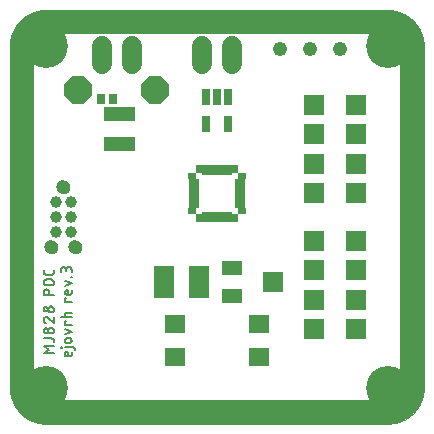
<source format=gts>
G04 EAGLE Gerber RS-274X export*
G75*
%MOMM*%
%FSLAX35Y35*%
%LPD*%
%INsolder_mask_top*%
%IPPOS*%
%AMOC8*
5,1,8,0,0,1.08239X$1,22.5*%
G01*
%ADD10C,0.000000*%
%ADD11C,0.127000*%
%ADD12C,2.000000*%
%ADD13R,0.803200X1.403200*%
%ADD14R,0.753200X0.503200*%
%ADD15R,0.953200X0.503200*%
%ADD16R,0.503200X0.753200*%
%ADD17R,0.503200X0.953200*%
%ADD18R,0.653200X1.303200*%
%ADD19R,1.703200X2.803200*%
%ADD20R,1.703200X1.703200*%
%ADD21R,1.803200X1.803200*%
%ADD22R,1.803200X1.303200*%
%ADD23R,0.803200X0.903200*%
%ADD24R,1.803200X1.603200*%
%ADD25C,0.990600*%
%ADD26C,1.193800*%
%ADD27C,1.219200*%
%ADD28P,2.556822X8X22.500000*%
%ADD29C,1.727200*%
%ADD30C,3.719200*%


D10*
X3199983Y3499983D02*
X300074Y3499817D01*
X300074Y3499818D02*
X292788Y3499719D01*
X285506Y3499444D01*
X278233Y3498992D01*
X270973Y3498364D01*
X263730Y3497560D01*
X256509Y3496581D01*
X249314Y3495427D01*
X242149Y3494098D01*
X235018Y3492596D01*
X227926Y3490922D01*
X220876Y3489077D01*
X213874Y3487060D01*
X206922Y3484875D01*
X200025Y3482522D01*
X193188Y3480002D01*
X186413Y3477317D01*
X179706Y3474468D01*
X173070Y3471458D01*
X166509Y3468288D01*
X160026Y3464959D01*
X153626Y3461474D01*
X147313Y3457835D01*
X141089Y3454044D01*
X134960Y3450103D01*
X128928Y3446015D01*
X122996Y3441781D01*
X117170Y3437405D01*
X111451Y3432889D01*
X105843Y3428236D01*
X100349Y3423448D01*
X94974Y3418528D01*
X89719Y3413479D01*
X84589Y3408304D01*
X79585Y3403006D01*
X74711Y3397589D01*
X69970Y3392055D01*
X65365Y3386407D01*
X60898Y3380650D01*
X56572Y3374786D01*
X52390Y3368818D01*
X48353Y3362751D01*
X44465Y3356588D01*
X40727Y3350333D01*
X37143Y3343988D01*
X33713Y3337559D01*
X30440Y3331048D01*
X27326Y3324460D01*
X24372Y3317798D01*
X21581Y3311067D01*
X18954Y3304270D01*
X16493Y3297411D01*
X14199Y3290494D01*
X12073Y3283524D01*
X10117Y3276504D01*
X8332Y3269439D01*
X6718Y3262333D01*
X5278Y3255190D01*
X4011Y3248013D01*
X2918Y3240809D01*
X2001Y3233580D01*
X1259Y3226330D01*
X693Y3219065D01*
X304Y3211789D01*
X91Y3204505D01*
X92Y3204504D02*
X8Y295296D01*
X8Y295295D02*
X152Y288103D01*
X469Y280917D01*
X960Y273741D01*
X1624Y266579D01*
X2462Y259435D01*
X3471Y252313D01*
X4652Y245217D01*
X6005Y238152D01*
X7527Y231122D01*
X9219Y224131D01*
X11080Y217183D01*
X13108Y210282D01*
X15302Y203431D01*
X17661Y196636D01*
X20184Y189900D01*
X22868Y183227D01*
X25713Y176620D01*
X28717Y170084D01*
X31878Y163623D01*
X35194Y157240D01*
X38663Y150939D01*
X42284Y144723D01*
X46054Y138597D01*
X49970Y132564D01*
X54032Y126627D01*
X58235Y120790D01*
X62579Y115056D01*
X67059Y109429D01*
X71675Y103912D01*
X76422Y98508D01*
X81299Y93221D01*
X86301Y88052D01*
X91428Y83006D01*
X96674Y78086D01*
X102039Y73294D01*
X107517Y68632D01*
X113106Y64105D01*
X118803Y59713D01*
X124605Y55461D01*
X130508Y51350D01*
X136508Y47383D01*
X142602Y43562D01*
X148787Y39890D01*
X155059Y36368D01*
X161414Y32999D01*
X167849Y29784D01*
X174359Y26726D01*
X180942Y23825D01*
X187593Y21085D01*
X194308Y18506D01*
X201083Y16091D01*
X207914Y13839D01*
X214799Y11754D01*
X221731Y9835D01*
X228708Y8085D01*
X235725Y6503D01*
X242778Y5092D01*
X249863Y3851D01*
X256977Y2782D01*
X264114Y1886D01*
X271270Y1161D01*
X278442Y611D01*
X285625Y233D01*
X292815Y29D01*
X300008Y-1D01*
X300008Y0D02*
X3200000Y0D01*
X3207249Y88D01*
X3214494Y350D01*
X3221730Y788D01*
X3228954Y1401D01*
X3236161Y2187D01*
X3243347Y3148D01*
X3250507Y4282D01*
X3257638Y5589D01*
X3264735Y7068D01*
X3271795Y8717D01*
X3278812Y10537D01*
X3285784Y12526D01*
X3292705Y14683D01*
X3299572Y17006D01*
X3306381Y19495D01*
X3313128Y22148D01*
X3319809Y24962D01*
X3326420Y27938D01*
X3332957Y31072D01*
X3339417Y34363D01*
X3345795Y37810D01*
X3352088Y41409D01*
X3358292Y45160D01*
X3364404Y49059D01*
X3370419Y53105D01*
X3376336Y57295D01*
X3382149Y61627D01*
X3387856Y66098D01*
X3393453Y70705D01*
X3398937Y75447D01*
X3404305Y80319D01*
X3409553Y85320D01*
X3414680Y90447D01*
X3419681Y95695D01*
X3424553Y101063D01*
X3429295Y106547D01*
X3433902Y112144D01*
X3438373Y117851D01*
X3442705Y123664D01*
X3446895Y129581D01*
X3450941Y135596D01*
X3454840Y141708D01*
X3458591Y147912D01*
X3462190Y154205D01*
X3465637Y160583D01*
X3468928Y167043D01*
X3472062Y173580D01*
X3475038Y180191D01*
X3477852Y186872D01*
X3480505Y193619D01*
X3482994Y200428D01*
X3485317Y207295D01*
X3487474Y214216D01*
X3489463Y221188D01*
X3491283Y228205D01*
X3492932Y235265D01*
X3494411Y242362D01*
X3495718Y249493D01*
X3496852Y256653D01*
X3497813Y263839D01*
X3498599Y271046D01*
X3499212Y278270D01*
X3499650Y285506D01*
X3499912Y292751D01*
X3500000Y300000D01*
X3500000Y3199983D01*
X3499912Y3207232D01*
X3499650Y3214478D01*
X3499212Y3221714D01*
X3498599Y3228938D01*
X3497813Y3236145D01*
X3496852Y3243331D01*
X3495718Y3250492D01*
X3494411Y3257623D01*
X3492932Y3264721D01*
X3491282Y3271780D01*
X3489462Y3278798D01*
X3487473Y3285770D01*
X3485316Y3292691D01*
X3482992Y3299559D01*
X3480503Y3306368D01*
X3477851Y3313115D01*
X3475036Y3319796D01*
X3472060Y3326408D01*
X3468926Y3332945D01*
X3465634Y3339405D01*
X3462188Y3345783D01*
X3458588Y3352076D01*
X3454837Y3358280D01*
X3450938Y3364392D01*
X3446891Y3370408D01*
X3442701Y3376324D01*
X3438369Y3382137D01*
X3433898Y3387844D01*
X3429290Y3393442D01*
X3424548Y3398926D01*
X3419675Y3404294D01*
X3414674Y3409542D01*
X3409547Y3414669D01*
X3404298Y3419670D01*
X3398930Y3424542D01*
X3393445Y3429284D01*
X3387848Y3433891D01*
X3382141Y3438362D01*
X3376327Y3442694D01*
X3370411Y3446884D01*
X3364395Y3450930D01*
X3358283Y3454829D01*
X3352078Y3458580D01*
X3345785Y3462179D01*
X3339406Y3465625D01*
X3332947Y3468916D01*
X3326409Y3472051D01*
X3319798Y3475026D01*
X3313116Y3477840D01*
X3306369Y3480493D01*
X3299560Y3482981D01*
X3292692Y3485304D01*
X3285770Y3487461D01*
X3278798Y3489449D01*
X3271781Y3491269D01*
X3264721Y3492919D01*
X3257623Y3494397D01*
X3250492Y3495703D01*
X3243331Y3496837D01*
X3236145Y3497798D01*
X3228938Y3498584D01*
X3221714Y3499196D01*
X3214477Y3499633D01*
X3207232Y3499896D01*
X3199983Y3499983D01*
D11*
X368650Y598344D02*
X281350Y598344D01*
X329850Y627444D01*
X281350Y656544D01*
X368650Y656544D01*
X349250Y721168D02*
X281350Y721168D01*
X349250Y721168D02*
X349719Y721162D01*
X350187Y721145D01*
X350655Y721117D01*
X351122Y721077D01*
X351588Y721027D01*
X352053Y720964D01*
X352516Y720891D01*
X352977Y720807D01*
X353436Y720711D01*
X353893Y720604D01*
X354347Y720487D01*
X354797Y720358D01*
X355245Y720218D01*
X355689Y720068D01*
X356129Y719907D01*
X356566Y719736D01*
X356998Y719554D01*
X357425Y719361D01*
X357848Y719159D01*
X358266Y718946D01*
X358678Y718723D01*
X359085Y718490D01*
X359486Y718248D01*
X359881Y717996D01*
X360270Y717734D01*
X360653Y717463D01*
X361029Y717183D01*
X361398Y716894D01*
X361760Y716596D01*
X362115Y716289D01*
X362462Y715974D01*
X362801Y715651D01*
X363133Y715319D01*
X363456Y714980D01*
X363771Y714633D01*
X364078Y714278D01*
X364376Y713916D01*
X364665Y713547D01*
X364945Y713171D01*
X365216Y712788D01*
X365478Y712399D01*
X365730Y712004D01*
X365972Y711603D01*
X366205Y711196D01*
X366428Y710784D01*
X366641Y710366D01*
X366843Y709943D01*
X367036Y709516D01*
X367218Y709084D01*
X367389Y708647D01*
X367550Y708207D01*
X367700Y707763D01*
X367840Y707315D01*
X367969Y706865D01*
X368086Y706411D01*
X368193Y705954D01*
X368289Y705495D01*
X368373Y705034D01*
X368446Y704571D01*
X368509Y704106D01*
X368559Y703640D01*
X368599Y703173D01*
X368627Y702705D01*
X368644Y702237D01*
X368650Y701768D01*
X368650Y692068D01*
X344400Y765194D02*
X343809Y765201D01*
X343219Y765223D01*
X342630Y765259D01*
X342041Y765309D01*
X341454Y765374D01*
X340869Y765452D01*
X340286Y765546D01*
X339705Y765653D01*
X339127Y765774D01*
X338552Y765910D01*
X337981Y766059D01*
X337414Y766222D01*
X336850Y766399D01*
X336291Y766590D01*
X335737Y766794D01*
X335188Y767012D01*
X334645Y767243D01*
X334107Y767487D01*
X333575Y767744D01*
X333050Y768014D01*
X332532Y768297D01*
X332020Y768592D01*
X331516Y768900D01*
X331020Y769220D01*
X330531Y769551D01*
X330051Y769895D01*
X329579Y770250D01*
X329116Y770617D01*
X328662Y770995D01*
X328218Y771383D01*
X327783Y771783D01*
X327357Y772193D01*
X326942Y772613D01*
X326538Y773043D01*
X326144Y773483D01*
X325760Y773932D01*
X325388Y774390D01*
X325027Y774858D01*
X324678Y775334D01*
X324340Y775818D01*
X324014Y776311D01*
X323700Y776811D01*
X323399Y777319D01*
X323110Y777834D01*
X322833Y778356D01*
X322570Y778884D01*
X322319Y779419D01*
X322082Y779960D01*
X321857Y780506D01*
X321646Y781058D01*
X321449Y781614D01*
X321265Y782175D01*
X321095Y782741D01*
X320939Y783310D01*
X320796Y783883D01*
X320668Y784460D01*
X320553Y785039D01*
X320453Y785621D01*
X320367Y786206D01*
X320295Y786792D01*
X320238Y787380D01*
X320195Y787968D01*
X320166Y788558D01*
X320152Y789149D01*
X320152Y789739D01*
X320166Y790330D01*
X320195Y790920D01*
X320238Y791508D01*
X320295Y792096D01*
X320367Y792682D01*
X320453Y793267D01*
X320553Y793849D01*
X320668Y794428D01*
X320796Y795005D01*
X320939Y795578D01*
X321095Y796147D01*
X321265Y796713D01*
X321449Y797274D01*
X321646Y797830D01*
X321857Y798382D01*
X322082Y798928D01*
X322319Y799469D01*
X322570Y800004D01*
X322833Y800532D01*
X323110Y801054D01*
X323399Y801569D01*
X323700Y802077D01*
X324014Y802577D01*
X324340Y803070D01*
X324678Y803554D01*
X325027Y804030D01*
X325388Y804498D01*
X325760Y804956D01*
X326144Y805405D01*
X326538Y805845D01*
X326942Y806275D01*
X327357Y806695D01*
X327783Y807105D01*
X328218Y807505D01*
X328662Y807893D01*
X329116Y808271D01*
X329579Y808638D01*
X330051Y808993D01*
X330531Y809337D01*
X331020Y809668D01*
X331516Y809988D01*
X332020Y810296D01*
X332532Y810591D01*
X333050Y810874D01*
X333575Y811144D01*
X334107Y811401D01*
X334645Y811645D01*
X335188Y811876D01*
X335737Y812094D01*
X336291Y812298D01*
X336850Y812489D01*
X337414Y812666D01*
X337981Y812829D01*
X338552Y812978D01*
X339127Y813114D01*
X339705Y813235D01*
X340286Y813342D01*
X340869Y813436D01*
X341454Y813514D01*
X342041Y813579D01*
X342630Y813629D01*
X343219Y813665D01*
X343809Y813687D01*
X344400Y813694D01*
X344991Y813687D01*
X345581Y813665D01*
X346170Y813629D01*
X346759Y813579D01*
X347346Y813514D01*
X347931Y813436D01*
X348514Y813342D01*
X349095Y813235D01*
X349673Y813114D01*
X350248Y812978D01*
X350819Y812829D01*
X351386Y812666D01*
X351950Y812489D01*
X352509Y812298D01*
X353063Y812094D01*
X353612Y811876D01*
X354155Y811645D01*
X354693Y811401D01*
X355225Y811144D01*
X355750Y810874D01*
X356268Y810591D01*
X356780Y810296D01*
X357284Y809988D01*
X357780Y809668D01*
X358269Y809337D01*
X358749Y808993D01*
X359221Y808638D01*
X359684Y808271D01*
X360138Y807893D01*
X360582Y807505D01*
X361017Y807105D01*
X361443Y806695D01*
X361858Y806275D01*
X362262Y805845D01*
X362656Y805405D01*
X363040Y804956D01*
X363412Y804498D01*
X363773Y804030D01*
X364122Y803554D01*
X364460Y803070D01*
X364786Y802577D01*
X365100Y802077D01*
X365401Y801569D01*
X365690Y801054D01*
X365967Y800532D01*
X366230Y800004D01*
X366481Y799469D01*
X366718Y798928D01*
X366943Y798382D01*
X367154Y797830D01*
X367351Y797274D01*
X367535Y796713D01*
X367705Y796147D01*
X367861Y795578D01*
X368004Y795005D01*
X368132Y794428D01*
X368247Y793849D01*
X368347Y793267D01*
X368433Y792682D01*
X368505Y792096D01*
X368562Y791508D01*
X368605Y790920D01*
X368634Y790330D01*
X368648Y789739D01*
X368648Y789149D01*
X368634Y788558D01*
X368605Y787968D01*
X368562Y787380D01*
X368505Y786792D01*
X368433Y786206D01*
X368347Y785621D01*
X368247Y785039D01*
X368132Y784460D01*
X368004Y783883D01*
X367861Y783310D01*
X367705Y782741D01*
X367535Y782175D01*
X367351Y781614D01*
X367154Y781058D01*
X366943Y780506D01*
X366718Y779960D01*
X366481Y779419D01*
X366230Y778884D01*
X365967Y778356D01*
X365690Y777834D01*
X365401Y777319D01*
X365100Y776811D01*
X364786Y776311D01*
X364460Y775818D01*
X364122Y775334D01*
X363773Y774858D01*
X363412Y774390D01*
X363040Y773932D01*
X362656Y773483D01*
X362262Y773043D01*
X361858Y772613D01*
X361443Y772193D01*
X361017Y771783D01*
X360582Y771383D01*
X360138Y770995D01*
X359684Y770617D01*
X359221Y770250D01*
X358749Y769895D01*
X358269Y769551D01*
X357780Y769220D01*
X357284Y768900D01*
X356780Y768592D01*
X356268Y768297D01*
X355750Y768014D01*
X355225Y767744D01*
X354693Y767487D01*
X354155Y767243D01*
X353612Y767012D01*
X353063Y766794D01*
X352509Y766590D01*
X351950Y766399D01*
X351386Y766222D01*
X350819Y766059D01*
X350248Y765910D01*
X349673Y765774D01*
X349095Y765653D01*
X348514Y765546D01*
X347931Y765452D01*
X347346Y765374D01*
X346759Y765309D01*
X346170Y765259D01*
X345581Y765223D01*
X344991Y765201D01*
X344400Y765194D01*
X300750Y770044D02*
X300278Y770050D01*
X299805Y770067D01*
X299334Y770096D01*
X298863Y770136D01*
X298394Y770188D01*
X297925Y770251D01*
X297459Y770325D01*
X296994Y770411D01*
X296532Y770508D01*
X296072Y770616D01*
X295615Y770736D01*
X295161Y770867D01*
X294710Y771008D01*
X294263Y771161D01*
X293820Y771324D01*
X293381Y771498D01*
X292946Y771683D01*
X292516Y771878D01*
X292090Y772084D01*
X291670Y772300D01*
X291255Y772526D01*
X290846Y772762D01*
X290443Y773009D01*
X290046Y773264D01*
X289655Y773530D01*
X289271Y773805D01*
X288893Y774089D01*
X288523Y774382D01*
X288160Y774684D01*
X287804Y774995D01*
X287456Y775315D01*
X287116Y775643D01*
X286784Y775979D01*
X286460Y776323D01*
X286145Y776675D01*
X285838Y777034D01*
X285540Y777401D01*
X285252Y777775D01*
X284972Y778156D01*
X284702Y778543D01*
X284441Y778938D01*
X284190Y779338D01*
X283949Y779744D01*
X283718Y780156D01*
X283497Y780573D01*
X283286Y780996D01*
X283085Y781424D01*
X282895Y781857D01*
X282716Y782294D01*
X282547Y782735D01*
X282389Y783180D01*
X282242Y783629D01*
X282106Y784081D01*
X281981Y784537D01*
X281867Y784996D01*
X281764Y785457D01*
X281673Y785920D01*
X281593Y786386D01*
X281524Y786853D01*
X281466Y787322D01*
X281420Y787792D01*
X281386Y788264D01*
X281363Y788735D01*
X281351Y789208D01*
X281351Y789680D01*
X281363Y790153D01*
X281386Y790624D01*
X281420Y791096D01*
X281466Y791566D01*
X281524Y792035D01*
X281593Y792502D01*
X281673Y792968D01*
X281764Y793431D01*
X281867Y793892D01*
X281981Y794351D01*
X282106Y794807D01*
X282242Y795259D01*
X282389Y795708D01*
X282547Y796153D01*
X282716Y796594D01*
X282895Y797031D01*
X283085Y797464D01*
X283286Y797892D01*
X283497Y798315D01*
X283718Y798732D01*
X283949Y799144D01*
X284190Y799550D01*
X284441Y799950D01*
X284702Y800345D01*
X284972Y800732D01*
X285252Y801113D01*
X285540Y801487D01*
X285838Y801854D01*
X286145Y802213D01*
X286460Y802565D01*
X286784Y802909D01*
X287116Y803245D01*
X287456Y803573D01*
X287804Y803893D01*
X288160Y804204D01*
X288523Y804506D01*
X288893Y804799D01*
X289271Y805083D01*
X289655Y805358D01*
X290046Y805624D01*
X290443Y805879D01*
X290846Y806126D01*
X291255Y806362D01*
X291670Y806588D01*
X292090Y806804D01*
X292516Y807010D01*
X292946Y807205D01*
X293381Y807390D01*
X293820Y807564D01*
X294263Y807727D01*
X294710Y807880D01*
X295161Y808021D01*
X295615Y808152D01*
X296072Y808272D01*
X296532Y808380D01*
X296994Y808477D01*
X297459Y808563D01*
X297925Y808637D01*
X298394Y808700D01*
X298863Y808752D01*
X299334Y808792D01*
X299805Y808821D01*
X300278Y808838D01*
X300750Y808844D01*
X301222Y808838D01*
X301695Y808821D01*
X302166Y808792D01*
X302637Y808752D01*
X303106Y808700D01*
X303575Y808637D01*
X304041Y808563D01*
X304506Y808477D01*
X304968Y808380D01*
X305428Y808272D01*
X305885Y808152D01*
X306339Y808021D01*
X306790Y807880D01*
X307237Y807727D01*
X307680Y807564D01*
X308119Y807390D01*
X308554Y807205D01*
X308984Y807010D01*
X309410Y806804D01*
X309830Y806588D01*
X310245Y806362D01*
X310654Y806126D01*
X311057Y805879D01*
X311454Y805624D01*
X311845Y805358D01*
X312229Y805083D01*
X312607Y804799D01*
X312977Y804506D01*
X313340Y804204D01*
X313696Y803893D01*
X314044Y803573D01*
X314384Y803245D01*
X314716Y802909D01*
X315040Y802565D01*
X315355Y802213D01*
X315662Y801854D01*
X315960Y801487D01*
X316248Y801113D01*
X316528Y800732D01*
X316798Y800345D01*
X317059Y799950D01*
X317310Y799550D01*
X317551Y799144D01*
X317782Y798732D01*
X318003Y798315D01*
X318214Y797892D01*
X318415Y797464D01*
X318605Y797031D01*
X318784Y796594D01*
X318953Y796153D01*
X319111Y795708D01*
X319258Y795259D01*
X319394Y794807D01*
X319519Y794351D01*
X319633Y793892D01*
X319736Y793431D01*
X319827Y792968D01*
X319907Y792502D01*
X319976Y792035D01*
X320034Y791566D01*
X320080Y791096D01*
X320114Y790624D01*
X320137Y790153D01*
X320149Y789680D01*
X320149Y789208D01*
X320137Y788735D01*
X320114Y788264D01*
X320080Y787792D01*
X320034Y787322D01*
X319976Y786853D01*
X319907Y786386D01*
X319827Y785920D01*
X319736Y785457D01*
X319633Y784996D01*
X319519Y784537D01*
X319394Y784081D01*
X319258Y783629D01*
X319111Y783180D01*
X318953Y782735D01*
X318784Y782294D01*
X318605Y781857D01*
X318415Y781424D01*
X318214Y780996D01*
X318003Y780573D01*
X317782Y780156D01*
X317551Y779744D01*
X317310Y779338D01*
X317059Y778938D01*
X316798Y778543D01*
X316528Y778156D01*
X316248Y777775D01*
X315960Y777401D01*
X315662Y777034D01*
X315355Y776675D01*
X315040Y776323D01*
X314716Y775979D01*
X314384Y775643D01*
X314044Y775315D01*
X313696Y774995D01*
X313340Y774684D01*
X312977Y774382D01*
X312607Y774089D01*
X312229Y773805D01*
X311845Y773530D01*
X311454Y773264D01*
X311057Y773009D01*
X310654Y772762D01*
X310245Y772526D01*
X309830Y772300D01*
X309410Y772084D01*
X308984Y771878D01*
X308554Y771683D01*
X308119Y771498D01*
X307680Y771324D01*
X307237Y771161D01*
X306790Y771008D01*
X306339Y770867D01*
X305885Y770736D01*
X305428Y770616D01*
X304968Y770508D01*
X304506Y770411D01*
X304041Y770325D01*
X303575Y770251D01*
X303106Y770188D01*
X302637Y770136D01*
X302166Y770096D01*
X301695Y770067D01*
X301222Y770050D01*
X300750Y770044D01*
X281350Y881869D02*
X281356Y882396D01*
X281375Y882923D01*
X281407Y883450D01*
X281452Y883975D01*
X281509Y884500D01*
X281579Y885022D01*
X281662Y885543D01*
X281757Y886062D01*
X281864Y886578D01*
X281984Y887092D01*
X282117Y887603D01*
X282261Y888110D01*
X282418Y888613D01*
X282587Y889113D01*
X282768Y889608D01*
X282961Y890099D01*
X283166Y890585D01*
X283382Y891066D01*
X283610Y891542D01*
X283850Y892012D01*
X284101Y892476D01*
X284363Y892933D01*
X284635Y893385D01*
X284919Y893829D01*
X285213Y894267D01*
X285518Y894697D01*
X285833Y895120D01*
X286159Y895535D01*
X286494Y895943D01*
X286839Y896342D01*
X287193Y896732D01*
X287557Y897114D01*
X287930Y897487D01*
X288312Y897851D01*
X288702Y898205D01*
X289101Y898550D01*
X289509Y898885D01*
X289924Y899211D01*
X290347Y899526D01*
X290777Y899831D01*
X291215Y900125D01*
X291659Y900409D01*
X292111Y900681D01*
X292568Y900943D01*
X293032Y901194D01*
X293502Y901434D01*
X293978Y901662D01*
X294459Y901878D01*
X294945Y902083D01*
X295436Y902276D01*
X295931Y902457D01*
X296431Y902626D01*
X296934Y902783D01*
X297441Y902927D01*
X297952Y903060D01*
X298466Y903180D01*
X298982Y903287D01*
X299501Y903382D01*
X300022Y903465D01*
X300544Y903535D01*
X301069Y903592D01*
X301594Y903637D01*
X302121Y903669D01*
X302648Y903688D01*
X303175Y903694D01*
X281350Y881869D02*
X281358Y881191D01*
X281383Y880513D01*
X281424Y879836D01*
X281481Y879161D01*
X281555Y878487D01*
X281645Y877815D01*
X281751Y877145D01*
X281873Y876478D01*
X282012Y875814D01*
X282166Y875154D01*
X282336Y874497D01*
X282523Y873845D01*
X282724Y873198D01*
X282942Y872556D01*
X283175Y871919D01*
X283423Y871288D01*
X283687Y870663D01*
X283965Y870045D01*
X284258Y869434D01*
X284566Y868830D01*
X284889Y868233D01*
X285226Y867645D01*
X285577Y867064D01*
X285942Y866493D01*
X286321Y865930D01*
X286713Y865377D01*
X287118Y864834D01*
X287537Y864300D01*
X287968Y863777D01*
X288412Y863264D01*
X288868Y862762D01*
X289336Y862272D01*
X289816Y861792D01*
X290307Y861325D01*
X290809Y860870D01*
X291322Y860426D01*
X291846Y859996D01*
X292380Y859578D01*
X292924Y859173D01*
X293478Y858782D01*
X294041Y858404D01*
X294613Y858039D01*
X295193Y857689D01*
X295782Y857353D01*
X296379Y857031D01*
X296984Y856724D01*
X297595Y856431D01*
X298214Y856153D01*
X298839Y855890D01*
X299470Y855643D01*
X300107Y855411D01*
X300750Y855194D01*
X320150Y896420D02*
X319749Y896831D01*
X319337Y897233D01*
X318915Y897625D01*
X318484Y898006D01*
X318044Y898376D01*
X317595Y898735D01*
X317137Y899083D01*
X316671Y899420D01*
X316196Y899746D01*
X315714Y900059D01*
X315225Y900361D01*
X314728Y900651D01*
X314224Y900928D01*
X313713Y901193D01*
X313196Y901445D01*
X312673Y901685D01*
X312144Y901911D01*
X311610Y902125D01*
X311071Y902325D01*
X310527Y902512D01*
X309979Y902686D01*
X309426Y902846D01*
X308870Y902993D01*
X308310Y903126D01*
X307747Y903245D01*
X307182Y903350D01*
X306614Y903441D01*
X306044Y903519D01*
X305472Y903582D01*
X304899Y903632D01*
X304325Y903667D01*
X303750Y903688D01*
X303175Y903695D01*
X320150Y896419D02*
X368650Y855194D01*
X368650Y903694D01*
X344400Y945194D02*
X343809Y945201D01*
X343219Y945223D01*
X342630Y945259D01*
X342041Y945309D01*
X341454Y945374D01*
X340869Y945452D01*
X340286Y945546D01*
X339705Y945653D01*
X339127Y945774D01*
X338552Y945910D01*
X337981Y946059D01*
X337414Y946222D01*
X336850Y946399D01*
X336291Y946590D01*
X335737Y946794D01*
X335188Y947012D01*
X334645Y947243D01*
X334107Y947487D01*
X333575Y947744D01*
X333050Y948014D01*
X332532Y948297D01*
X332020Y948592D01*
X331516Y948900D01*
X331020Y949220D01*
X330531Y949551D01*
X330051Y949895D01*
X329579Y950250D01*
X329116Y950617D01*
X328662Y950995D01*
X328218Y951383D01*
X327783Y951783D01*
X327357Y952193D01*
X326942Y952613D01*
X326538Y953043D01*
X326144Y953483D01*
X325760Y953932D01*
X325388Y954390D01*
X325027Y954858D01*
X324678Y955334D01*
X324340Y955818D01*
X324014Y956311D01*
X323700Y956811D01*
X323399Y957319D01*
X323110Y957834D01*
X322833Y958356D01*
X322570Y958884D01*
X322319Y959419D01*
X322082Y959960D01*
X321857Y960506D01*
X321646Y961058D01*
X321449Y961614D01*
X321265Y962175D01*
X321095Y962741D01*
X320939Y963310D01*
X320796Y963883D01*
X320668Y964460D01*
X320553Y965039D01*
X320453Y965621D01*
X320367Y966206D01*
X320295Y966792D01*
X320238Y967380D01*
X320195Y967968D01*
X320166Y968558D01*
X320152Y969149D01*
X320152Y969739D01*
X320166Y970330D01*
X320195Y970920D01*
X320238Y971508D01*
X320295Y972096D01*
X320367Y972682D01*
X320453Y973267D01*
X320553Y973849D01*
X320668Y974428D01*
X320796Y975005D01*
X320939Y975578D01*
X321095Y976147D01*
X321265Y976713D01*
X321449Y977274D01*
X321646Y977830D01*
X321857Y978382D01*
X322082Y978928D01*
X322319Y979469D01*
X322570Y980004D01*
X322833Y980532D01*
X323110Y981054D01*
X323399Y981569D01*
X323700Y982077D01*
X324014Y982577D01*
X324340Y983070D01*
X324678Y983554D01*
X325027Y984030D01*
X325388Y984498D01*
X325760Y984956D01*
X326144Y985405D01*
X326538Y985845D01*
X326942Y986275D01*
X327357Y986695D01*
X327783Y987105D01*
X328218Y987505D01*
X328662Y987893D01*
X329116Y988271D01*
X329579Y988638D01*
X330051Y988993D01*
X330531Y989337D01*
X331020Y989668D01*
X331516Y989988D01*
X332020Y990296D01*
X332532Y990591D01*
X333050Y990874D01*
X333575Y991144D01*
X334107Y991401D01*
X334645Y991645D01*
X335188Y991876D01*
X335737Y992094D01*
X336291Y992298D01*
X336850Y992489D01*
X337414Y992666D01*
X337981Y992829D01*
X338552Y992978D01*
X339127Y993114D01*
X339705Y993235D01*
X340286Y993342D01*
X340869Y993436D01*
X341454Y993514D01*
X342041Y993579D01*
X342630Y993629D01*
X343219Y993665D01*
X343809Y993687D01*
X344400Y993694D01*
X344991Y993687D01*
X345581Y993665D01*
X346170Y993629D01*
X346759Y993579D01*
X347346Y993514D01*
X347931Y993436D01*
X348514Y993342D01*
X349095Y993235D01*
X349673Y993114D01*
X350248Y992978D01*
X350819Y992829D01*
X351386Y992666D01*
X351950Y992489D01*
X352509Y992298D01*
X353063Y992094D01*
X353612Y991876D01*
X354155Y991645D01*
X354693Y991401D01*
X355225Y991144D01*
X355750Y990874D01*
X356268Y990591D01*
X356780Y990296D01*
X357284Y989988D01*
X357780Y989668D01*
X358269Y989337D01*
X358749Y988993D01*
X359221Y988638D01*
X359684Y988271D01*
X360138Y987893D01*
X360582Y987505D01*
X361017Y987105D01*
X361443Y986695D01*
X361858Y986275D01*
X362262Y985845D01*
X362656Y985405D01*
X363040Y984956D01*
X363412Y984498D01*
X363773Y984030D01*
X364122Y983554D01*
X364460Y983070D01*
X364786Y982577D01*
X365100Y982077D01*
X365401Y981569D01*
X365690Y981054D01*
X365967Y980532D01*
X366230Y980004D01*
X366481Y979469D01*
X366718Y978928D01*
X366943Y978382D01*
X367154Y977830D01*
X367351Y977274D01*
X367535Y976713D01*
X367705Y976147D01*
X367861Y975578D01*
X368004Y975005D01*
X368132Y974428D01*
X368247Y973849D01*
X368347Y973267D01*
X368433Y972682D01*
X368505Y972096D01*
X368562Y971508D01*
X368605Y970920D01*
X368634Y970330D01*
X368648Y969739D01*
X368648Y969149D01*
X368634Y968558D01*
X368605Y967968D01*
X368562Y967380D01*
X368505Y966792D01*
X368433Y966206D01*
X368347Y965621D01*
X368247Y965039D01*
X368132Y964460D01*
X368004Y963883D01*
X367861Y963310D01*
X367705Y962741D01*
X367535Y962175D01*
X367351Y961614D01*
X367154Y961058D01*
X366943Y960506D01*
X366718Y959960D01*
X366481Y959419D01*
X366230Y958884D01*
X365967Y958356D01*
X365690Y957834D01*
X365401Y957319D01*
X365100Y956811D01*
X364786Y956311D01*
X364460Y955818D01*
X364122Y955334D01*
X363773Y954858D01*
X363412Y954390D01*
X363040Y953932D01*
X362656Y953483D01*
X362262Y953043D01*
X361858Y952613D01*
X361443Y952193D01*
X361017Y951783D01*
X360582Y951383D01*
X360138Y950995D01*
X359684Y950617D01*
X359221Y950250D01*
X358749Y949895D01*
X358269Y949551D01*
X357780Y949220D01*
X357284Y948900D01*
X356780Y948592D01*
X356268Y948297D01*
X355750Y948014D01*
X355225Y947744D01*
X354693Y947487D01*
X354155Y947243D01*
X353612Y947012D01*
X353063Y946794D01*
X352509Y946590D01*
X351950Y946399D01*
X351386Y946222D01*
X350819Y946059D01*
X350248Y945910D01*
X349673Y945774D01*
X349095Y945653D01*
X348514Y945546D01*
X347931Y945452D01*
X347346Y945374D01*
X346759Y945309D01*
X346170Y945259D01*
X345581Y945223D01*
X344991Y945201D01*
X344400Y945194D01*
X300750Y950044D02*
X300278Y950050D01*
X299805Y950067D01*
X299334Y950096D01*
X298863Y950136D01*
X298394Y950188D01*
X297925Y950251D01*
X297459Y950325D01*
X296994Y950411D01*
X296532Y950508D01*
X296072Y950616D01*
X295615Y950736D01*
X295161Y950867D01*
X294710Y951008D01*
X294263Y951161D01*
X293820Y951324D01*
X293381Y951498D01*
X292946Y951683D01*
X292516Y951878D01*
X292090Y952084D01*
X291670Y952300D01*
X291255Y952526D01*
X290846Y952762D01*
X290443Y953009D01*
X290046Y953264D01*
X289655Y953530D01*
X289271Y953805D01*
X288893Y954089D01*
X288523Y954382D01*
X288160Y954684D01*
X287804Y954995D01*
X287456Y955315D01*
X287116Y955643D01*
X286784Y955979D01*
X286460Y956323D01*
X286145Y956675D01*
X285838Y957034D01*
X285540Y957401D01*
X285252Y957775D01*
X284972Y958156D01*
X284702Y958543D01*
X284441Y958938D01*
X284190Y959338D01*
X283949Y959744D01*
X283718Y960156D01*
X283497Y960573D01*
X283286Y960996D01*
X283085Y961424D01*
X282895Y961857D01*
X282716Y962294D01*
X282547Y962735D01*
X282389Y963180D01*
X282242Y963629D01*
X282106Y964081D01*
X281981Y964537D01*
X281867Y964996D01*
X281764Y965457D01*
X281673Y965920D01*
X281593Y966386D01*
X281524Y966853D01*
X281466Y967322D01*
X281420Y967792D01*
X281386Y968264D01*
X281363Y968735D01*
X281351Y969208D01*
X281351Y969680D01*
X281363Y970153D01*
X281386Y970624D01*
X281420Y971096D01*
X281466Y971566D01*
X281524Y972035D01*
X281593Y972502D01*
X281673Y972968D01*
X281764Y973431D01*
X281867Y973892D01*
X281981Y974351D01*
X282106Y974807D01*
X282242Y975259D01*
X282389Y975708D01*
X282547Y976153D01*
X282716Y976594D01*
X282895Y977031D01*
X283085Y977464D01*
X283286Y977892D01*
X283497Y978315D01*
X283718Y978732D01*
X283949Y979144D01*
X284190Y979550D01*
X284441Y979950D01*
X284702Y980345D01*
X284972Y980732D01*
X285252Y981113D01*
X285540Y981487D01*
X285838Y981854D01*
X286145Y982213D01*
X286460Y982565D01*
X286784Y982909D01*
X287116Y983245D01*
X287456Y983573D01*
X287804Y983893D01*
X288160Y984204D01*
X288523Y984506D01*
X288893Y984799D01*
X289271Y985083D01*
X289655Y985358D01*
X290046Y985624D01*
X290443Y985879D01*
X290846Y986126D01*
X291255Y986362D01*
X291670Y986588D01*
X292090Y986804D01*
X292516Y987010D01*
X292946Y987205D01*
X293381Y987390D01*
X293820Y987564D01*
X294263Y987727D01*
X294710Y987880D01*
X295161Y988021D01*
X295615Y988152D01*
X296072Y988272D01*
X296532Y988380D01*
X296994Y988477D01*
X297459Y988563D01*
X297925Y988637D01*
X298394Y988700D01*
X298863Y988752D01*
X299334Y988792D01*
X299805Y988821D01*
X300278Y988838D01*
X300750Y988844D01*
X301222Y988838D01*
X301695Y988821D01*
X302166Y988792D01*
X302637Y988752D01*
X303106Y988700D01*
X303575Y988637D01*
X304041Y988563D01*
X304506Y988477D01*
X304968Y988380D01*
X305428Y988272D01*
X305885Y988152D01*
X306339Y988021D01*
X306790Y987880D01*
X307237Y987727D01*
X307680Y987564D01*
X308119Y987390D01*
X308554Y987205D01*
X308984Y987010D01*
X309410Y986804D01*
X309830Y986588D01*
X310245Y986362D01*
X310654Y986126D01*
X311057Y985879D01*
X311454Y985624D01*
X311845Y985358D01*
X312229Y985083D01*
X312607Y984799D01*
X312977Y984506D01*
X313340Y984204D01*
X313696Y983893D01*
X314044Y983573D01*
X314384Y983245D01*
X314716Y982909D01*
X315040Y982565D01*
X315355Y982213D01*
X315662Y981854D01*
X315960Y981487D01*
X316248Y981113D01*
X316528Y980732D01*
X316798Y980345D01*
X317059Y979950D01*
X317310Y979550D01*
X317551Y979144D01*
X317782Y978732D01*
X318003Y978315D01*
X318214Y977892D01*
X318415Y977464D01*
X318605Y977031D01*
X318784Y976594D01*
X318953Y976153D01*
X319111Y975708D01*
X319258Y975259D01*
X319394Y974807D01*
X319519Y974351D01*
X319633Y973892D01*
X319736Y973431D01*
X319827Y972968D01*
X319907Y972502D01*
X319976Y972035D01*
X320034Y971566D01*
X320080Y971096D01*
X320114Y970624D01*
X320137Y970153D01*
X320149Y969680D01*
X320149Y969208D01*
X320137Y968735D01*
X320114Y968264D01*
X320080Y967792D01*
X320034Y967322D01*
X319976Y966853D01*
X319907Y966386D01*
X319827Y965920D01*
X319736Y965457D01*
X319633Y964996D01*
X319519Y964537D01*
X319394Y964081D01*
X319258Y963629D01*
X319111Y963180D01*
X318953Y962735D01*
X318784Y962294D01*
X318605Y961857D01*
X318415Y961424D01*
X318214Y960996D01*
X318003Y960573D01*
X317782Y960156D01*
X317551Y959744D01*
X317310Y959338D01*
X317059Y958938D01*
X316798Y958543D01*
X316528Y958156D01*
X316248Y957775D01*
X315960Y957401D01*
X315662Y957034D01*
X315355Y956675D01*
X315040Y956323D01*
X314716Y955979D01*
X314384Y955643D01*
X314044Y955315D01*
X313696Y954995D01*
X313340Y954684D01*
X312977Y954382D01*
X312607Y954089D01*
X312229Y953805D01*
X311845Y953530D01*
X311454Y953264D01*
X311057Y953009D01*
X310654Y952762D01*
X310245Y952526D01*
X309830Y952300D01*
X309410Y952084D01*
X308984Y951878D01*
X308554Y951683D01*
X308119Y951498D01*
X307680Y951324D01*
X307237Y951161D01*
X306790Y951008D01*
X306339Y950867D01*
X305885Y950736D01*
X305428Y950616D01*
X304968Y950508D01*
X304506Y950411D01*
X304041Y950325D01*
X303575Y950251D01*
X303106Y950188D01*
X302637Y950136D01*
X302166Y950096D01*
X301695Y950067D01*
X301222Y950050D01*
X300750Y950044D01*
X281350Y1087919D02*
X368650Y1087919D01*
X281350Y1087919D02*
X281350Y1112169D01*
X281357Y1112760D01*
X281379Y1113350D01*
X281415Y1113939D01*
X281465Y1114528D01*
X281530Y1115115D01*
X281608Y1115700D01*
X281702Y1116283D01*
X281809Y1116864D01*
X281930Y1117442D01*
X282066Y1118017D01*
X282215Y1118588D01*
X282378Y1119155D01*
X282555Y1119719D01*
X282746Y1120278D01*
X282950Y1120832D01*
X283168Y1121381D01*
X283399Y1121924D01*
X283643Y1122462D01*
X283900Y1122994D01*
X284170Y1123519D01*
X284453Y1124037D01*
X284748Y1124549D01*
X285056Y1125053D01*
X285376Y1125549D01*
X285707Y1126038D01*
X286051Y1126518D01*
X286406Y1126990D01*
X286773Y1127453D01*
X287151Y1127907D01*
X287539Y1128351D01*
X287939Y1128786D01*
X288349Y1129212D01*
X288769Y1129627D01*
X289199Y1130031D01*
X289639Y1130425D01*
X290088Y1130809D01*
X290546Y1131181D01*
X291014Y1131542D01*
X291490Y1131891D01*
X291974Y1132229D01*
X292467Y1132555D01*
X292967Y1132869D01*
X293475Y1133170D01*
X293990Y1133459D01*
X294512Y1133736D01*
X295040Y1133999D01*
X295575Y1134250D01*
X296116Y1134487D01*
X296662Y1134712D01*
X297214Y1134923D01*
X297770Y1135120D01*
X298331Y1135304D01*
X298897Y1135474D01*
X299466Y1135630D01*
X300039Y1135773D01*
X300616Y1135901D01*
X301195Y1136016D01*
X301777Y1136116D01*
X302362Y1136202D01*
X302948Y1136274D01*
X303536Y1136331D01*
X304124Y1136374D01*
X304714Y1136403D01*
X305305Y1136417D01*
X305895Y1136417D01*
X306486Y1136403D01*
X307076Y1136374D01*
X307664Y1136331D01*
X308252Y1136274D01*
X308838Y1136202D01*
X309423Y1136116D01*
X310005Y1136016D01*
X310584Y1135901D01*
X311161Y1135773D01*
X311734Y1135630D01*
X312303Y1135474D01*
X312869Y1135304D01*
X313430Y1135120D01*
X313986Y1134923D01*
X314538Y1134712D01*
X315084Y1134487D01*
X315625Y1134250D01*
X316160Y1133999D01*
X316688Y1133736D01*
X317210Y1133459D01*
X317725Y1133170D01*
X318233Y1132869D01*
X318733Y1132555D01*
X319226Y1132229D01*
X319710Y1131891D01*
X320186Y1131542D01*
X320654Y1131181D01*
X321112Y1130809D01*
X321561Y1130425D01*
X322001Y1130031D01*
X322431Y1129627D01*
X322851Y1129212D01*
X323261Y1128786D01*
X323661Y1128351D01*
X324049Y1127907D01*
X324427Y1127453D01*
X324794Y1126990D01*
X325149Y1126518D01*
X325493Y1126038D01*
X325824Y1125549D01*
X326144Y1125053D01*
X326452Y1124549D01*
X326747Y1124037D01*
X327030Y1123519D01*
X327300Y1122994D01*
X327557Y1122462D01*
X327801Y1121924D01*
X328032Y1121381D01*
X328250Y1120832D01*
X328454Y1120278D01*
X328645Y1119719D01*
X328822Y1119155D01*
X328985Y1118588D01*
X329134Y1118017D01*
X329270Y1117442D01*
X329391Y1116864D01*
X329498Y1116283D01*
X329592Y1115700D01*
X329670Y1115115D01*
X329735Y1114528D01*
X329785Y1113939D01*
X329821Y1113350D01*
X329843Y1112760D01*
X329850Y1112169D01*
X329850Y1087919D01*
X344400Y1173194D02*
X305600Y1173194D01*
X305009Y1173201D01*
X304419Y1173223D01*
X303830Y1173259D01*
X303241Y1173309D01*
X302654Y1173374D01*
X302069Y1173452D01*
X301486Y1173546D01*
X300905Y1173653D01*
X300327Y1173774D01*
X299752Y1173910D01*
X299181Y1174059D01*
X298614Y1174222D01*
X298050Y1174399D01*
X297491Y1174590D01*
X296937Y1174794D01*
X296388Y1175012D01*
X295845Y1175243D01*
X295307Y1175487D01*
X294775Y1175744D01*
X294250Y1176014D01*
X293732Y1176297D01*
X293220Y1176592D01*
X292716Y1176900D01*
X292220Y1177220D01*
X291731Y1177551D01*
X291251Y1177895D01*
X290779Y1178250D01*
X290316Y1178617D01*
X289862Y1178995D01*
X289418Y1179383D01*
X288983Y1179783D01*
X288557Y1180193D01*
X288142Y1180613D01*
X287738Y1181043D01*
X287344Y1181483D01*
X286960Y1181932D01*
X286588Y1182390D01*
X286227Y1182858D01*
X285878Y1183334D01*
X285540Y1183818D01*
X285214Y1184311D01*
X284900Y1184811D01*
X284599Y1185319D01*
X284310Y1185834D01*
X284033Y1186356D01*
X283770Y1186884D01*
X283519Y1187419D01*
X283282Y1187960D01*
X283057Y1188506D01*
X282846Y1189058D01*
X282649Y1189614D01*
X282465Y1190175D01*
X282295Y1190741D01*
X282139Y1191310D01*
X281996Y1191883D01*
X281868Y1192460D01*
X281753Y1193039D01*
X281653Y1193621D01*
X281567Y1194206D01*
X281495Y1194792D01*
X281438Y1195380D01*
X281395Y1195968D01*
X281366Y1196558D01*
X281352Y1197149D01*
X281352Y1197739D01*
X281366Y1198330D01*
X281395Y1198920D01*
X281438Y1199508D01*
X281495Y1200096D01*
X281567Y1200682D01*
X281653Y1201267D01*
X281753Y1201849D01*
X281868Y1202428D01*
X281996Y1203005D01*
X282139Y1203578D01*
X282295Y1204147D01*
X282465Y1204713D01*
X282649Y1205274D01*
X282846Y1205830D01*
X283057Y1206382D01*
X283282Y1206928D01*
X283519Y1207469D01*
X283770Y1208004D01*
X284033Y1208532D01*
X284310Y1209054D01*
X284599Y1209569D01*
X284900Y1210077D01*
X285214Y1210577D01*
X285540Y1211070D01*
X285878Y1211554D01*
X286227Y1212030D01*
X286588Y1212498D01*
X286960Y1212956D01*
X287344Y1213405D01*
X287738Y1213845D01*
X288142Y1214275D01*
X288557Y1214695D01*
X288983Y1215105D01*
X289418Y1215505D01*
X289862Y1215893D01*
X290316Y1216271D01*
X290779Y1216638D01*
X291251Y1216993D01*
X291731Y1217337D01*
X292220Y1217668D01*
X292716Y1217988D01*
X293220Y1218296D01*
X293732Y1218591D01*
X294250Y1218874D01*
X294775Y1219144D01*
X295307Y1219401D01*
X295845Y1219645D01*
X296388Y1219876D01*
X296937Y1220094D01*
X297491Y1220298D01*
X298050Y1220489D01*
X298614Y1220666D01*
X299181Y1220829D01*
X299752Y1220978D01*
X300327Y1221114D01*
X300905Y1221235D01*
X301486Y1221342D01*
X302069Y1221436D01*
X302654Y1221514D01*
X303241Y1221579D01*
X303830Y1221629D01*
X304419Y1221665D01*
X305009Y1221687D01*
X305600Y1221694D01*
X344400Y1221694D01*
X344991Y1221687D01*
X345581Y1221665D01*
X346170Y1221629D01*
X346759Y1221579D01*
X347346Y1221514D01*
X347931Y1221436D01*
X348514Y1221342D01*
X349095Y1221235D01*
X349673Y1221114D01*
X350248Y1220978D01*
X350819Y1220829D01*
X351386Y1220666D01*
X351950Y1220489D01*
X352509Y1220298D01*
X353063Y1220094D01*
X353612Y1219876D01*
X354155Y1219645D01*
X354693Y1219401D01*
X355225Y1219144D01*
X355750Y1218874D01*
X356268Y1218591D01*
X356780Y1218296D01*
X357284Y1217988D01*
X357780Y1217668D01*
X358269Y1217337D01*
X358749Y1216993D01*
X359221Y1216638D01*
X359684Y1216271D01*
X360138Y1215893D01*
X360582Y1215505D01*
X361017Y1215105D01*
X361443Y1214695D01*
X361858Y1214275D01*
X362262Y1213845D01*
X362656Y1213405D01*
X363040Y1212956D01*
X363412Y1212498D01*
X363773Y1212030D01*
X364122Y1211554D01*
X364460Y1211070D01*
X364786Y1210577D01*
X365100Y1210077D01*
X365401Y1209569D01*
X365690Y1209054D01*
X365967Y1208532D01*
X366230Y1208004D01*
X366481Y1207469D01*
X366718Y1206928D01*
X366943Y1206382D01*
X367154Y1205830D01*
X367351Y1205274D01*
X367535Y1204713D01*
X367705Y1204147D01*
X367861Y1203578D01*
X368004Y1203005D01*
X368132Y1202428D01*
X368247Y1201849D01*
X368347Y1201267D01*
X368433Y1200682D01*
X368505Y1200096D01*
X368562Y1199508D01*
X368605Y1198920D01*
X368634Y1198330D01*
X368648Y1197739D01*
X368648Y1197149D01*
X368634Y1196558D01*
X368605Y1195968D01*
X368562Y1195380D01*
X368505Y1194792D01*
X368433Y1194206D01*
X368347Y1193621D01*
X368247Y1193039D01*
X368132Y1192460D01*
X368004Y1191883D01*
X367861Y1191310D01*
X367705Y1190741D01*
X367535Y1190175D01*
X367351Y1189614D01*
X367154Y1189058D01*
X366943Y1188506D01*
X366718Y1187960D01*
X366481Y1187419D01*
X366230Y1186884D01*
X365967Y1186356D01*
X365690Y1185834D01*
X365401Y1185319D01*
X365100Y1184811D01*
X364786Y1184311D01*
X364460Y1183818D01*
X364122Y1183334D01*
X363773Y1182858D01*
X363412Y1182390D01*
X363040Y1181932D01*
X362656Y1181483D01*
X362262Y1181043D01*
X361858Y1180613D01*
X361443Y1180193D01*
X361017Y1179783D01*
X360582Y1179383D01*
X360138Y1178995D01*
X359684Y1178617D01*
X359221Y1178250D01*
X358749Y1177895D01*
X358269Y1177551D01*
X357780Y1177220D01*
X357284Y1176900D01*
X356780Y1176592D01*
X356268Y1176297D01*
X355750Y1176014D01*
X355225Y1175744D01*
X354693Y1175487D01*
X354155Y1175243D01*
X353612Y1175012D01*
X353063Y1174794D01*
X352509Y1174590D01*
X351950Y1174399D01*
X351386Y1174222D01*
X350819Y1174059D01*
X350248Y1173910D01*
X349673Y1173774D01*
X349095Y1173653D01*
X348514Y1173546D01*
X347931Y1173452D01*
X347346Y1173374D01*
X346759Y1173309D01*
X346170Y1173259D01*
X345581Y1173223D01*
X344991Y1173201D01*
X344400Y1173194D01*
X368650Y1282256D02*
X368650Y1301656D01*
X368650Y1282256D02*
X368644Y1281787D01*
X368627Y1281319D01*
X368599Y1280851D01*
X368559Y1280384D01*
X368509Y1279918D01*
X368446Y1279453D01*
X368373Y1278990D01*
X368289Y1278529D01*
X368193Y1278070D01*
X368086Y1277613D01*
X367969Y1277159D01*
X367840Y1276709D01*
X367700Y1276261D01*
X367550Y1275817D01*
X367389Y1275377D01*
X367218Y1274940D01*
X367036Y1274508D01*
X366843Y1274081D01*
X366641Y1273658D01*
X366428Y1273240D01*
X366205Y1272828D01*
X365972Y1272421D01*
X365730Y1272020D01*
X365478Y1271625D01*
X365216Y1271236D01*
X364945Y1270853D01*
X364665Y1270477D01*
X364376Y1270108D01*
X364078Y1269746D01*
X363771Y1269391D01*
X363456Y1269044D01*
X363133Y1268705D01*
X362801Y1268373D01*
X362462Y1268050D01*
X362115Y1267735D01*
X361760Y1267428D01*
X361398Y1267130D01*
X361029Y1266841D01*
X360653Y1266561D01*
X360270Y1266290D01*
X359881Y1266028D01*
X359486Y1265776D01*
X359085Y1265534D01*
X358678Y1265301D01*
X358266Y1265078D01*
X357848Y1264865D01*
X357425Y1264663D01*
X356998Y1264470D01*
X356566Y1264288D01*
X356129Y1264117D01*
X355689Y1263956D01*
X355245Y1263806D01*
X354797Y1263666D01*
X354347Y1263537D01*
X353893Y1263420D01*
X353436Y1263313D01*
X352977Y1263217D01*
X352516Y1263133D01*
X352053Y1263060D01*
X351588Y1262997D01*
X351122Y1262947D01*
X350655Y1262907D01*
X350187Y1262879D01*
X349719Y1262862D01*
X349250Y1262856D01*
X300750Y1262856D01*
X300281Y1262862D01*
X299813Y1262879D01*
X299345Y1262907D01*
X298878Y1262947D01*
X298412Y1262997D01*
X297947Y1263060D01*
X297484Y1263133D01*
X297023Y1263217D01*
X296564Y1263313D01*
X296107Y1263420D01*
X295653Y1263537D01*
X295203Y1263666D01*
X294755Y1263806D01*
X294311Y1263956D01*
X293871Y1264117D01*
X293434Y1264288D01*
X293002Y1264470D01*
X292575Y1264663D01*
X292152Y1264865D01*
X291734Y1265078D01*
X291322Y1265301D01*
X290915Y1265534D01*
X290514Y1265776D01*
X290119Y1266028D01*
X289730Y1266290D01*
X289347Y1266561D01*
X288971Y1266841D01*
X288602Y1267130D01*
X288240Y1267428D01*
X287885Y1267735D01*
X287538Y1268050D01*
X287199Y1268373D01*
X286867Y1268705D01*
X286544Y1269044D01*
X286229Y1269391D01*
X285922Y1269746D01*
X285624Y1270108D01*
X285335Y1270477D01*
X285055Y1270853D01*
X284784Y1271236D01*
X284522Y1271625D01*
X284270Y1272020D01*
X284028Y1272421D01*
X283795Y1272828D01*
X283572Y1273240D01*
X283359Y1273658D01*
X283157Y1274081D01*
X282964Y1274508D01*
X282782Y1274940D01*
X282611Y1275377D01*
X282450Y1275817D01*
X282300Y1276261D01*
X282160Y1276709D01*
X282031Y1277159D01*
X281914Y1277613D01*
X281807Y1278070D01*
X281711Y1278529D01*
X281627Y1278990D01*
X281554Y1279453D01*
X281491Y1279918D01*
X281441Y1280384D01*
X281401Y1280851D01*
X281373Y1281319D01*
X281356Y1281787D01*
X281350Y1282256D01*
X281350Y1301656D01*
X518650Y609975D02*
X518650Y585725D01*
X518646Y585373D01*
X518633Y585022D01*
X518612Y584671D01*
X518582Y584321D01*
X518544Y583971D01*
X518497Y583623D01*
X518442Y583275D01*
X518379Y582930D01*
X518307Y582585D01*
X518227Y582243D01*
X518139Y581903D01*
X518042Y581564D01*
X517938Y581229D01*
X517825Y580896D01*
X517704Y580565D01*
X517576Y580238D01*
X517439Y579914D01*
X517295Y579594D01*
X517143Y579277D01*
X516983Y578963D01*
X516816Y578654D01*
X516642Y578349D01*
X516460Y578048D01*
X516271Y577751D01*
X516074Y577460D01*
X515871Y577173D01*
X515661Y576891D01*
X515444Y576614D01*
X515221Y576343D01*
X514991Y576077D01*
X514755Y575816D01*
X514512Y575562D01*
X514263Y575313D01*
X514009Y575070D01*
X513748Y574834D01*
X513482Y574604D01*
X513211Y574381D01*
X512934Y574164D01*
X512652Y573954D01*
X512365Y573751D01*
X512074Y573554D01*
X511777Y573365D01*
X511476Y573183D01*
X511171Y573009D01*
X510862Y572842D01*
X510548Y572682D01*
X510231Y572530D01*
X509911Y572386D01*
X509587Y572249D01*
X509260Y572121D01*
X508929Y572000D01*
X508596Y571887D01*
X508261Y571783D01*
X507922Y571686D01*
X507582Y571598D01*
X507240Y571518D01*
X506895Y571446D01*
X506550Y571383D01*
X506202Y571328D01*
X505854Y571281D01*
X505504Y571243D01*
X505154Y571213D01*
X504803Y571192D01*
X504452Y571179D01*
X504100Y571175D01*
X479850Y571175D01*
X479378Y571181D01*
X478905Y571198D01*
X478434Y571227D01*
X477963Y571267D01*
X477494Y571319D01*
X477025Y571382D01*
X476559Y571456D01*
X476094Y571542D01*
X475632Y571639D01*
X475172Y571747D01*
X474715Y571867D01*
X474261Y571998D01*
X473810Y572139D01*
X473363Y572292D01*
X472920Y572455D01*
X472481Y572629D01*
X472046Y572814D01*
X471616Y573009D01*
X471190Y573215D01*
X470770Y573431D01*
X470355Y573657D01*
X469946Y573893D01*
X469543Y574140D01*
X469146Y574395D01*
X468755Y574661D01*
X468371Y574936D01*
X467993Y575220D01*
X467623Y575513D01*
X467260Y575815D01*
X466904Y576126D01*
X466556Y576446D01*
X466216Y576774D01*
X465884Y577110D01*
X465560Y577454D01*
X465245Y577806D01*
X464938Y578165D01*
X464640Y578532D01*
X464352Y578906D01*
X464072Y579287D01*
X463802Y579674D01*
X463541Y580069D01*
X463290Y580469D01*
X463049Y580875D01*
X462818Y581287D01*
X462597Y581704D01*
X462386Y582127D01*
X462185Y582555D01*
X461995Y582988D01*
X461816Y583425D01*
X461647Y583866D01*
X461489Y584311D01*
X461342Y584760D01*
X461206Y585212D01*
X461081Y585668D01*
X460967Y586127D01*
X460864Y586588D01*
X460773Y587051D01*
X460693Y587517D01*
X460624Y587984D01*
X460566Y588453D01*
X460520Y588923D01*
X460486Y589395D01*
X460463Y589866D01*
X460451Y590339D01*
X460451Y590811D01*
X460463Y591284D01*
X460486Y591755D01*
X460520Y592227D01*
X460566Y592697D01*
X460624Y593166D01*
X460693Y593633D01*
X460773Y594099D01*
X460864Y594562D01*
X460967Y595023D01*
X461081Y595482D01*
X461206Y595938D01*
X461342Y596390D01*
X461489Y596839D01*
X461647Y597284D01*
X461816Y597725D01*
X461995Y598162D01*
X462185Y598595D01*
X462386Y599023D01*
X462597Y599446D01*
X462818Y599863D01*
X463049Y600275D01*
X463290Y600681D01*
X463541Y601081D01*
X463802Y601476D01*
X464072Y601863D01*
X464352Y602244D01*
X464640Y602618D01*
X464938Y602985D01*
X465245Y603344D01*
X465560Y603696D01*
X465884Y604040D01*
X466216Y604376D01*
X466556Y604704D01*
X466904Y605024D01*
X467260Y605335D01*
X467623Y605637D01*
X467993Y605930D01*
X468371Y606214D01*
X468755Y606489D01*
X469146Y606755D01*
X469543Y607010D01*
X469946Y607257D01*
X470355Y607493D01*
X470770Y607719D01*
X471190Y607935D01*
X471616Y608141D01*
X472046Y608336D01*
X472481Y608521D01*
X472920Y608695D01*
X473363Y608858D01*
X473810Y609011D01*
X474261Y609152D01*
X474715Y609283D01*
X475172Y609403D01*
X475632Y609511D01*
X476094Y609608D01*
X476559Y609694D01*
X477025Y609768D01*
X477494Y609831D01*
X477963Y609883D01*
X478434Y609923D01*
X478905Y609952D01*
X479378Y609969D01*
X479850Y609975D01*
X489550Y609975D01*
X489550Y571175D01*
X460450Y645563D02*
X533200Y645563D01*
X533552Y645559D01*
X533903Y645546D01*
X534254Y645525D01*
X534604Y645495D01*
X534954Y645457D01*
X535302Y645410D01*
X535650Y645355D01*
X535995Y645292D01*
X536340Y645220D01*
X536682Y645140D01*
X537022Y645052D01*
X537361Y644955D01*
X537696Y644851D01*
X538029Y644738D01*
X538360Y644617D01*
X538687Y644489D01*
X539011Y644352D01*
X539331Y644208D01*
X539648Y644056D01*
X539962Y643896D01*
X540271Y643729D01*
X540576Y643555D01*
X540877Y643373D01*
X541174Y643184D01*
X541465Y642987D01*
X541752Y642784D01*
X542034Y642574D01*
X542311Y642357D01*
X542582Y642134D01*
X542848Y641904D01*
X543109Y641668D01*
X543363Y641425D01*
X543612Y641176D01*
X543855Y640922D01*
X544091Y640661D01*
X544321Y640395D01*
X544544Y640124D01*
X544761Y639847D01*
X544971Y639565D01*
X545174Y639278D01*
X545371Y638987D01*
X545560Y638690D01*
X545742Y638389D01*
X545916Y638084D01*
X546083Y637775D01*
X546243Y637461D01*
X546395Y637144D01*
X546539Y636824D01*
X546676Y636500D01*
X546804Y636173D01*
X546925Y635842D01*
X547038Y635509D01*
X547142Y635174D01*
X547239Y634835D01*
X547327Y634495D01*
X547407Y634153D01*
X547479Y633808D01*
X547542Y633463D01*
X547597Y633115D01*
X547644Y632767D01*
X547682Y632417D01*
X547712Y632067D01*
X547733Y631716D01*
X547746Y631365D01*
X547750Y631013D01*
X547750Y626163D01*
X436200Y643138D02*
X431350Y643138D01*
X431350Y647988D01*
X436200Y647988D01*
X436200Y643138D01*
X479850Y685175D02*
X499250Y685175D01*
X479850Y685175D02*
X479378Y685181D01*
X478905Y685198D01*
X478434Y685227D01*
X477963Y685267D01*
X477494Y685319D01*
X477025Y685382D01*
X476559Y685456D01*
X476094Y685542D01*
X475632Y685639D01*
X475172Y685747D01*
X474715Y685867D01*
X474261Y685998D01*
X473810Y686139D01*
X473363Y686292D01*
X472920Y686455D01*
X472481Y686629D01*
X472046Y686814D01*
X471616Y687009D01*
X471190Y687215D01*
X470770Y687431D01*
X470355Y687657D01*
X469946Y687893D01*
X469543Y688140D01*
X469146Y688395D01*
X468755Y688661D01*
X468371Y688936D01*
X467993Y689220D01*
X467623Y689513D01*
X467260Y689815D01*
X466904Y690126D01*
X466556Y690446D01*
X466216Y690774D01*
X465884Y691110D01*
X465560Y691454D01*
X465245Y691806D01*
X464938Y692165D01*
X464640Y692532D01*
X464352Y692906D01*
X464072Y693287D01*
X463802Y693674D01*
X463541Y694069D01*
X463290Y694469D01*
X463049Y694875D01*
X462818Y695287D01*
X462597Y695704D01*
X462386Y696127D01*
X462185Y696555D01*
X461995Y696988D01*
X461816Y697425D01*
X461647Y697866D01*
X461489Y698311D01*
X461342Y698760D01*
X461206Y699212D01*
X461081Y699668D01*
X460967Y700127D01*
X460864Y700588D01*
X460773Y701051D01*
X460693Y701517D01*
X460624Y701984D01*
X460566Y702453D01*
X460520Y702923D01*
X460486Y703395D01*
X460463Y703866D01*
X460451Y704339D01*
X460451Y704811D01*
X460463Y705284D01*
X460486Y705755D01*
X460520Y706227D01*
X460566Y706697D01*
X460624Y707166D01*
X460693Y707633D01*
X460773Y708099D01*
X460864Y708562D01*
X460967Y709023D01*
X461081Y709482D01*
X461206Y709938D01*
X461342Y710390D01*
X461489Y710839D01*
X461647Y711284D01*
X461816Y711725D01*
X461995Y712162D01*
X462185Y712595D01*
X462386Y713023D01*
X462597Y713446D01*
X462818Y713863D01*
X463049Y714275D01*
X463290Y714681D01*
X463541Y715081D01*
X463802Y715476D01*
X464072Y715863D01*
X464352Y716244D01*
X464640Y716618D01*
X464938Y716985D01*
X465245Y717344D01*
X465560Y717696D01*
X465884Y718040D01*
X466216Y718376D01*
X466556Y718704D01*
X466904Y719024D01*
X467260Y719335D01*
X467623Y719637D01*
X467993Y719930D01*
X468371Y720214D01*
X468755Y720489D01*
X469146Y720755D01*
X469543Y721010D01*
X469946Y721257D01*
X470355Y721493D01*
X470770Y721719D01*
X471190Y721935D01*
X471616Y722141D01*
X472046Y722336D01*
X472481Y722521D01*
X472920Y722695D01*
X473363Y722858D01*
X473810Y723011D01*
X474261Y723152D01*
X474715Y723283D01*
X475172Y723403D01*
X475632Y723511D01*
X476094Y723608D01*
X476559Y723694D01*
X477025Y723768D01*
X477494Y723831D01*
X477963Y723883D01*
X478434Y723923D01*
X478905Y723952D01*
X479378Y723969D01*
X479850Y723975D01*
X499250Y723975D01*
X499722Y723969D01*
X500195Y723952D01*
X500666Y723923D01*
X501137Y723883D01*
X501606Y723831D01*
X502075Y723768D01*
X502541Y723694D01*
X503006Y723608D01*
X503468Y723511D01*
X503928Y723403D01*
X504385Y723283D01*
X504839Y723152D01*
X505290Y723011D01*
X505737Y722858D01*
X506180Y722695D01*
X506619Y722521D01*
X507054Y722336D01*
X507484Y722141D01*
X507910Y721935D01*
X508330Y721719D01*
X508745Y721493D01*
X509154Y721257D01*
X509557Y721010D01*
X509954Y720755D01*
X510345Y720489D01*
X510729Y720214D01*
X511107Y719930D01*
X511477Y719637D01*
X511840Y719335D01*
X512196Y719024D01*
X512544Y718704D01*
X512884Y718376D01*
X513216Y718040D01*
X513540Y717696D01*
X513855Y717344D01*
X514162Y716985D01*
X514460Y716618D01*
X514748Y716244D01*
X515028Y715863D01*
X515298Y715476D01*
X515559Y715081D01*
X515810Y714681D01*
X516051Y714275D01*
X516282Y713863D01*
X516503Y713446D01*
X516714Y713023D01*
X516915Y712595D01*
X517105Y712162D01*
X517284Y711725D01*
X517453Y711284D01*
X517611Y710839D01*
X517758Y710390D01*
X517894Y709938D01*
X518019Y709482D01*
X518133Y709023D01*
X518236Y708562D01*
X518327Y708099D01*
X518407Y707633D01*
X518476Y707166D01*
X518534Y706697D01*
X518580Y706227D01*
X518614Y705755D01*
X518637Y705284D01*
X518649Y704811D01*
X518649Y704339D01*
X518637Y703866D01*
X518614Y703395D01*
X518580Y702923D01*
X518534Y702453D01*
X518476Y701984D01*
X518407Y701517D01*
X518327Y701051D01*
X518236Y700588D01*
X518133Y700127D01*
X518019Y699668D01*
X517894Y699212D01*
X517758Y698760D01*
X517611Y698311D01*
X517453Y697866D01*
X517284Y697425D01*
X517105Y696988D01*
X516915Y696555D01*
X516714Y696127D01*
X516503Y695704D01*
X516282Y695287D01*
X516051Y694875D01*
X515810Y694469D01*
X515559Y694069D01*
X515298Y693674D01*
X515028Y693287D01*
X514748Y692906D01*
X514460Y692532D01*
X514162Y692165D01*
X513855Y691806D01*
X513540Y691454D01*
X513216Y691110D01*
X512884Y690774D01*
X512544Y690446D01*
X512196Y690126D01*
X511840Y689815D01*
X511477Y689513D01*
X511107Y689220D01*
X510729Y688936D01*
X510345Y688661D01*
X509954Y688395D01*
X509557Y688140D01*
X509154Y687893D01*
X508745Y687657D01*
X508330Y687431D01*
X507910Y687215D01*
X507484Y687009D01*
X507054Y686814D01*
X506619Y686629D01*
X506180Y686455D01*
X505737Y686292D01*
X505290Y686139D01*
X504839Y685998D01*
X504385Y685867D01*
X503928Y685747D01*
X503468Y685639D01*
X503006Y685542D01*
X502541Y685456D01*
X502075Y685382D01*
X501606Y685319D01*
X501137Y685267D01*
X500666Y685227D01*
X500195Y685198D01*
X499722Y685181D01*
X499250Y685175D01*
X460450Y760175D02*
X518650Y779575D01*
X460450Y798975D01*
X460450Y838852D02*
X518650Y838852D01*
X460450Y838852D02*
X460450Y867952D01*
X470150Y867952D01*
X431350Y901175D02*
X518650Y901175D01*
X460450Y901175D02*
X460450Y925425D01*
X460454Y925777D01*
X460467Y926128D01*
X460488Y926479D01*
X460518Y926829D01*
X460556Y927179D01*
X460603Y927527D01*
X460658Y927875D01*
X460721Y928220D01*
X460793Y928565D01*
X460873Y928907D01*
X460961Y929247D01*
X461058Y929586D01*
X461162Y929921D01*
X461275Y930254D01*
X461396Y930585D01*
X461524Y930912D01*
X461661Y931236D01*
X461805Y931556D01*
X461957Y931873D01*
X462117Y932187D01*
X462284Y932496D01*
X462458Y932801D01*
X462640Y933102D01*
X462829Y933399D01*
X463026Y933690D01*
X463229Y933977D01*
X463439Y934259D01*
X463656Y934536D01*
X463879Y934807D01*
X464109Y935073D01*
X464345Y935334D01*
X464588Y935588D01*
X464837Y935837D01*
X465091Y936080D01*
X465352Y936316D01*
X465618Y936546D01*
X465889Y936769D01*
X466166Y936986D01*
X466448Y937196D01*
X466735Y937399D01*
X467026Y937596D01*
X467323Y937785D01*
X467624Y937967D01*
X467929Y938141D01*
X468238Y938308D01*
X468552Y938468D01*
X468869Y938620D01*
X469189Y938764D01*
X469513Y938901D01*
X469840Y939029D01*
X470171Y939150D01*
X470504Y939263D01*
X470839Y939367D01*
X471178Y939464D01*
X471518Y939552D01*
X471860Y939632D01*
X472205Y939704D01*
X472550Y939767D01*
X472898Y939822D01*
X473246Y939869D01*
X473596Y939907D01*
X473946Y939937D01*
X474297Y939958D01*
X474648Y939971D01*
X475000Y939975D01*
X518650Y939975D01*
X518650Y1033851D02*
X460450Y1033851D01*
X460450Y1062951D01*
X470150Y1062951D01*
X518650Y1107725D02*
X518650Y1131975D01*
X518650Y1107725D02*
X518646Y1107373D01*
X518633Y1107022D01*
X518612Y1106671D01*
X518582Y1106321D01*
X518544Y1105971D01*
X518497Y1105623D01*
X518442Y1105275D01*
X518379Y1104930D01*
X518307Y1104585D01*
X518227Y1104243D01*
X518139Y1103903D01*
X518042Y1103564D01*
X517938Y1103229D01*
X517825Y1102896D01*
X517704Y1102565D01*
X517576Y1102238D01*
X517439Y1101914D01*
X517295Y1101594D01*
X517143Y1101277D01*
X516983Y1100963D01*
X516816Y1100654D01*
X516642Y1100349D01*
X516460Y1100048D01*
X516271Y1099751D01*
X516074Y1099460D01*
X515871Y1099173D01*
X515661Y1098891D01*
X515444Y1098614D01*
X515221Y1098343D01*
X514991Y1098077D01*
X514755Y1097816D01*
X514512Y1097562D01*
X514263Y1097313D01*
X514009Y1097070D01*
X513748Y1096834D01*
X513482Y1096604D01*
X513211Y1096381D01*
X512934Y1096164D01*
X512652Y1095954D01*
X512365Y1095751D01*
X512074Y1095554D01*
X511777Y1095365D01*
X511476Y1095183D01*
X511171Y1095009D01*
X510862Y1094842D01*
X510548Y1094682D01*
X510231Y1094530D01*
X509911Y1094386D01*
X509587Y1094249D01*
X509260Y1094121D01*
X508929Y1094000D01*
X508596Y1093887D01*
X508261Y1093783D01*
X507922Y1093686D01*
X507582Y1093598D01*
X507240Y1093518D01*
X506895Y1093446D01*
X506550Y1093383D01*
X506202Y1093328D01*
X505854Y1093281D01*
X505504Y1093243D01*
X505154Y1093213D01*
X504803Y1093192D01*
X504452Y1093179D01*
X504100Y1093175D01*
X479850Y1093175D01*
X479378Y1093181D01*
X478905Y1093198D01*
X478434Y1093227D01*
X477963Y1093267D01*
X477494Y1093319D01*
X477025Y1093382D01*
X476559Y1093456D01*
X476094Y1093542D01*
X475632Y1093639D01*
X475172Y1093747D01*
X474715Y1093867D01*
X474261Y1093998D01*
X473810Y1094139D01*
X473363Y1094292D01*
X472920Y1094455D01*
X472481Y1094629D01*
X472046Y1094814D01*
X471616Y1095009D01*
X471190Y1095215D01*
X470770Y1095431D01*
X470355Y1095657D01*
X469946Y1095893D01*
X469543Y1096140D01*
X469146Y1096395D01*
X468755Y1096661D01*
X468371Y1096936D01*
X467993Y1097220D01*
X467623Y1097513D01*
X467260Y1097815D01*
X466904Y1098126D01*
X466556Y1098446D01*
X466216Y1098774D01*
X465884Y1099110D01*
X465560Y1099454D01*
X465245Y1099806D01*
X464938Y1100165D01*
X464640Y1100532D01*
X464352Y1100906D01*
X464072Y1101287D01*
X463802Y1101674D01*
X463541Y1102069D01*
X463290Y1102469D01*
X463049Y1102875D01*
X462818Y1103287D01*
X462597Y1103704D01*
X462386Y1104127D01*
X462185Y1104555D01*
X461995Y1104988D01*
X461816Y1105425D01*
X461647Y1105866D01*
X461489Y1106311D01*
X461342Y1106760D01*
X461206Y1107212D01*
X461081Y1107668D01*
X460967Y1108127D01*
X460864Y1108588D01*
X460773Y1109051D01*
X460693Y1109517D01*
X460624Y1109984D01*
X460566Y1110453D01*
X460520Y1110923D01*
X460486Y1111395D01*
X460463Y1111866D01*
X460451Y1112339D01*
X460451Y1112811D01*
X460463Y1113284D01*
X460486Y1113755D01*
X460520Y1114227D01*
X460566Y1114697D01*
X460624Y1115166D01*
X460693Y1115633D01*
X460773Y1116099D01*
X460864Y1116562D01*
X460967Y1117023D01*
X461081Y1117482D01*
X461206Y1117938D01*
X461342Y1118390D01*
X461489Y1118839D01*
X461647Y1119284D01*
X461816Y1119725D01*
X461995Y1120162D01*
X462185Y1120595D01*
X462386Y1121023D01*
X462597Y1121446D01*
X462818Y1121863D01*
X463049Y1122275D01*
X463290Y1122681D01*
X463541Y1123081D01*
X463802Y1123476D01*
X464072Y1123863D01*
X464352Y1124244D01*
X464640Y1124618D01*
X464938Y1124985D01*
X465245Y1125344D01*
X465560Y1125696D01*
X465884Y1126040D01*
X466216Y1126376D01*
X466556Y1126704D01*
X466904Y1127024D01*
X467260Y1127335D01*
X467623Y1127637D01*
X467993Y1127930D01*
X468371Y1128214D01*
X468755Y1128489D01*
X469146Y1128755D01*
X469543Y1129010D01*
X469946Y1129257D01*
X470355Y1129493D01*
X470770Y1129719D01*
X471190Y1129935D01*
X471616Y1130141D01*
X472046Y1130336D01*
X472481Y1130521D01*
X472920Y1130695D01*
X473363Y1130858D01*
X473810Y1131011D01*
X474261Y1131152D01*
X474715Y1131283D01*
X475172Y1131403D01*
X475632Y1131511D01*
X476094Y1131608D01*
X476559Y1131694D01*
X477025Y1131768D01*
X477494Y1131831D01*
X477963Y1131883D01*
X478434Y1131923D01*
X478905Y1131952D01*
X479378Y1131969D01*
X479850Y1131975D01*
X489550Y1131975D01*
X489550Y1093175D01*
X460450Y1168175D02*
X518650Y1187575D01*
X460450Y1206975D01*
X513800Y1239150D02*
X518650Y1239150D01*
X513800Y1239150D02*
X513800Y1244000D01*
X518650Y1244000D01*
X518650Y1239150D01*
X518650Y1280325D02*
X518650Y1304575D01*
X518643Y1305166D01*
X518621Y1305756D01*
X518585Y1306345D01*
X518535Y1306934D01*
X518470Y1307521D01*
X518392Y1308106D01*
X518298Y1308689D01*
X518191Y1309270D01*
X518070Y1309848D01*
X517934Y1310423D01*
X517785Y1310994D01*
X517622Y1311561D01*
X517445Y1312125D01*
X517254Y1312684D01*
X517050Y1313238D01*
X516832Y1313787D01*
X516601Y1314330D01*
X516357Y1314868D01*
X516100Y1315400D01*
X515830Y1315925D01*
X515547Y1316443D01*
X515252Y1316955D01*
X514944Y1317459D01*
X514624Y1317955D01*
X514293Y1318444D01*
X513949Y1318924D01*
X513594Y1319396D01*
X513227Y1319859D01*
X512849Y1320313D01*
X512461Y1320757D01*
X512061Y1321192D01*
X511651Y1321618D01*
X511231Y1322033D01*
X510801Y1322437D01*
X510361Y1322831D01*
X509912Y1323215D01*
X509454Y1323587D01*
X508986Y1323948D01*
X508510Y1324297D01*
X508026Y1324635D01*
X507533Y1324961D01*
X507033Y1325275D01*
X506525Y1325576D01*
X506010Y1325865D01*
X505488Y1326142D01*
X504960Y1326405D01*
X504425Y1326656D01*
X503884Y1326893D01*
X503338Y1327118D01*
X502786Y1327329D01*
X502230Y1327526D01*
X501669Y1327710D01*
X501103Y1327880D01*
X500534Y1328036D01*
X499961Y1328179D01*
X499384Y1328307D01*
X498805Y1328422D01*
X498223Y1328522D01*
X497638Y1328608D01*
X497052Y1328680D01*
X496464Y1328737D01*
X495876Y1328780D01*
X495286Y1328809D01*
X494695Y1328823D01*
X494105Y1328823D01*
X493514Y1328809D01*
X492924Y1328780D01*
X492336Y1328737D01*
X491748Y1328680D01*
X491162Y1328608D01*
X490577Y1328522D01*
X489995Y1328422D01*
X489416Y1328307D01*
X488839Y1328179D01*
X488266Y1328036D01*
X487697Y1327880D01*
X487131Y1327710D01*
X486570Y1327526D01*
X486014Y1327329D01*
X485462Y1327118D01*
X484916Y1326893D01*
X484375Y1326656D01*
X483840Y1326405D01*
X483312Y1326142D01*
X482790Y1325865D01*
X482275Y1325576D01*
X481767Y1325275D01*
X481267Y1324961D01*
X480774Y1324635D01*
X480290Y1324297D01*
X479814Y1323948D01*
X479346Y1323587D01*
X478888Y1323215D01*
X478439Y1322831D01*
X477999Y1322437D01*
X477569Y1322033D01*
X477149Y1321618D01*
X476739Y1321192D01*
X476339Y1320757D01*
X475951Y1320313D01*
X475573Y1319859D01*
X475206Y1319396D01*
X474851Y1318924D01*
X474507Y1318444D01*
X474176Y1317955D01*
X473856Y1317459D01*
X473548Y1316955D01*
X473253Y1316443D01*
X472970Y1315925D01*
X472700Y1315400D01*
X472443Y1314868D01*
X472199Y1314330D01*
X471968Y1313787D01*
X471750Y1313238D01*
X471546Y1312684D01*
X471355Y1312125D01*
X471178Y1311561D01*
X471015Y1310994D01*
X470866Y1310423D01*
X470730Y1309848D01*
X470609Y1309270D01*
X470502Y1308689D01*
X470408Y1308106D01*
X470330Y1307521D01*
X470265Y1306934D01*
X470215Y1306345D01*
X470179Y1305756D01*
X470157Y1305166D01*
X470150Y1304575D01*
X431350Y1309425D02*
X431350Y1280325D01*
X431350Y1309425D02*
X431356Y1309897D01*
X431373Y1310370D01*
X431402Y1310841D01*
X431442Y1311312D01*
X431494Y1311781D01*
X431557Y1312250D01*
X431631Y1312716D01*
X431717Y1313181D01*
X431814Y1313643D01*
X431922Y1314103D01*
X432042Y1314560D01*
X432173Y1315014D01*
X432314Y1315465D01*
X432467Y1315912D01*
X432630Y1316355D01*
X432804Y1316794D01*
X432989Y1317229D01*
X433184Y1317659D01*
X433390Y1318085D01*
X433606Y1318505D01*
X433832Y1318920D01*
X434068Y1319329D01*
X434315Y1319732D01*
X434570Y1320129D01*
X434836Y1320520D01*
X435111Y1320904D01*
X435395Y1321282D01*
X435688Y1321652D01*
X435990Y1322015D01*
X436301Y1322371D01*
X436621Y1322719D01*
X436949Y1323059D01*
X437285Y1323391D01*
X437629Y1323715D01*
X437981Y1324030D01*
X438340Y1324337D01*
X438707Y1324635D01*
X439081Y1324923D01*
X439462Y1325203D01*
X439849Y1325473D01*
X440244Y1325734D01*
X440644Y1325985D01*
X441050Y1326226D01*
X441462Y1326457D01*
X441879Y1326678D01*
X442302Y1326889D01*
X442730Y1327090D01*
X443163Y1327280D01*
X443600Y1327459D01*
X444041Y1327628D01*
X444486Y1327786D01*
X444935Y1327933D01*
X445387Y1328069D01*
X445843Y1328194D01*
X446302Y1328308D01*
X446763Y1328411D01*
X447226Y1328502D01*
X447692Y1328582D01*
X448159Y1328651D01*
X448628Y1328709D01*
X449098Y1328755D01*
X449570Y1328789D01*
X450041Y1328812D01*
X450514Y1328824D01*
X450986Y1328824D01*
X451459Y1328812D01*
X451930Y1328789D01*
X452402Y1328755D01*
X452872Y1328709D01*
X453341Y1328651D01*
X453808Y1328582D01*
X454274Y1328502D01*
X454737Y1328411D01*
X455198Y1328308D01*
X455657Y1328194D01*
X456113Y1328069D01*
X456565Y1327933D01*
X457014Y1327786D01*
X457459Y1327628D01*
X457900Y1327459D01*
X458337Y1327280D01*
X458770Y1327090D01*
X459198Y1326889D01*
X459621Y1326678D01*
X460038Y1326457D01*
X460450Y1326226D01*
X460856Y1325985D01*
X461256Y1325734D01*
X461651Y1325473D01*
X462038Y1325203D01*
X462419Y1324923D01*
X462793Y1324635D01*
X463160Y1324337D01*
X463519Y1324030D01*
X463871Y1323715D01*
X464215Y1323391D01*
X464551Y1323059D01*
X464879Y1322719D01*
X465199Y1322371D01*
X465510Y1322015D01*
X465812Y1321652D01*
X466105Y1321282D01*
X466389Y1320904D01*
X466664Y1320520D01*
X466930Y1320129D01*
X467185Y1319732D01*
X467432Y1319329D01*
X467668Y1318920D01*
X467894Y1318505D01*
X468110Y1318085D01*
X468316Y1317659D01*
X468511Y1317229D01*
X468696Y1316794D01*
X468870Y1316355D01*
X469033Y1315912D01*
X469186Y1315465D01*
X469327Y1315014D01*
X469458Y1314560D01*
X469578Y1314103D01*
X469686Y1313643D01*
X469783Y1313181D01*
X469869Y1312716D01*
X469943Y1312250D01*
X470006Y1311781D01*
X470058Y1311312D01*
X470098Y1310841D01*
X470127Y1310370D01*
X470144Y1309897D01*
X470150Y1309425D01*
X470150Y1290025D01*
D12*
X300000Y3400000D02*
X3200000Y3400000D01*
X3204833Y3399942D01*
X3209663Y3399766D01*
X3214487Y3399475D01*
X3219303Y3399066D01*
X3224107Y3398542D01*
X3228898Y3397901D01*
X3233671Y3397145D01*
X3238425Y3396274D01*
X3243157Y3395288D01*
X3247863Y3394188D01*
X3252541Y3392975D01*
X3257189Y3391649D01*
X3261803Y3390211D01*
X3266382Y3388662D01*
X3270921Y3387003D01*
X3275419Y3385235D01*
X3279873Y3383358D01*
X3284280Y3381375D01*
X3288638Y3379285D01*
X3292945Y3377091D01*
X3297197Y3374794D01*
X3301392Y3372394D01*
X3305528Y3369894D01*
X3309603Y3367294D01*
X3313613Y3364597D01*
X3317557Y3361803D01*
X3321433Y3358916D01*
X3325237Y3355935D01*
X3328968Y3352863D01*
X3332625Y3349702D01*
X3336203Y3346454D01*
X3339702Y3343120D01*
X3343120Y3339702D01*
X3346454Y3336203D01*
X3349702Y3332625D01*
X3352863Y3328968D01*
X3355935Y3325237D01*
X3358916Y3321433D01*
X3361803Y3317557D01*
X3364597Y3313613D01*
X3367294Y3309603D01*
X3369894Y3305528D01*
X3372394Y3301392D01*
X3374794Y3297197D01*
X3377091Y3292945D01*
X3379285Y3288638D01*
X3381375Y3284280D01*
X3383358Y3279873D01*
X3385235Y3275419D01*
X3387003Y3270921D01*
X3388662Y3266382D01*
X3390211Y3261803D01*
X3391649Y3257189D01*
X3392975Y3252541D01*
X3394188Y3247863D01*
X3395288Y3243157D01*
X3396274Y3238425D01*
X3397145Y3233671D01*
X3397901Y3228898D01*
X3398542Y3224107D01*
X3399066Y3219303D01*
X3399475Y3214487D01*
X3399766Y3209663D01*
X3399942Y3204833D01*
X3400000Y3200000D01*
X3400000Y300000D01*
X3399942Y295167D01*
X3399766Y290337D01*
X3399475Y285513D01*
X3399066Y280697D01*
X3398542Y275893D01*
X3397901Y271102D01*
X3397145Y266329D01*
X3396274Y261575D01*
X3395288Y256843D01*
X3394188Y252137D01*
X3392975Y247459D01*
X3391649Y242811D01*
X3390211Y238197D01*
X3388662Y233618D01*
X3387003Y229079D01*
X3385235Y224581D01*
X3383358Y220127D01*
X3381375Y215720D01*
X3379285Y211362D01*
X3377091Y207055D01*
X3374794Y202803D01*
X3372394Y198608D01*
X3369894Y194472D01*
X3367294Y190397D01*
X3364597Y186387D01*
X3361803Y182443D01*
X3358916Y178567D01*
X3355935Y174763D01*
X3352863Y171032D01*
X3349702Y167375D01*
X3346454Y163797D01*
X3343120Y160298D01*
X3339702Y156880D01*
X3336203Y153546D01*
X3332625Y150298D01*
X3328968Y147137D01*
X3325237Y144065D01*
X3321433Y141084D01*
X3317557Y138197D01*
X3313613Y135403D01*
X3309603Y132706D01*
X3305528Y130106D01*
X3301392Y127606D01*
X3297197Y125206D01*
X3292945Y122909D01*
X3288638Y120715D01*
X3284280Y118625D01*
X3279873Y116642D01*
X3275419Y114765D01*
X3270921Y112997D01*
X3266382Y111338D01*
X3261803Y109789D01*
X3257189Y108351D01*
X3252541Y107025D01*
X3247863Y105812D01*
X3243157Y104712D01*
X3238425Y103726D01*
X3233671Y102855D01*
X3228898Y102099D01*
X3224107Y101458D01*
X3219303Y100934D01*
X3214487Y100525D01*
X3209663Y100234D01*
X3204833Y100058D01*
X3200000Y100000D01*
X300000Y100000D01*
X295167Y100058D01*
X290337Y100234D01*
X285513Y100525D01*
X280697Y100934D01*
X275893Y101458D01*
X271102Y102099D01*
X266329Y102855D01*
X261575Y103726D01*
X256843Y104712D01*
X252137Y105812D01*
X247459Y107025D01*
X242811Y108351D01*
X238197Y109789D01*
X233618Y111338D01*
X229079Y112997D01*
X224581Y114765D01*
X220127Y116642D01*
X215720Y118625D01*
X211362Y120715D01*
X207055Y122909D01*
X202803Y125206D01*
X198608Y127606D01*
X194472Y130106D01*
X190397Y132706D01*
X186387Y135403D01*
X182443Y138197D01*
X178567Y141084D01*
X174763Y144065D01*
X171032Y147137D01*
X167375Y150298D01*
X163797Y153546D01*
X160298Y156880D01*
X156880Y160298D01*
X153546Y163797D01*
X150298Y167375D01*
X147137Y171032D01*
X144065Y174763D01*
X141084Y178567D01*
X138197Y182443D01*
X135403Y186387D01*
X132706Y190397D01*
X130106Y194472D01*
X127606Y198608D01*
X125206Y202803D01*
X122909Y207055D01*
X120715Y211362D01*
X118625Y215720D01*
X116642Y220127D01*
X114765Y224581D01*
X112997Y229079D01*
X111338Y233618D01*
X109789Y238197D01*
X108351Y242811D01*
X107025Y247459D01*
X105812Y252137D01*
X104712Y256843D01*
X103726Y261575D01*
X102855Y266329D01*
X102099Y271102D01*
X101458Y275893D01*
X100934Y280697D01*
X100525Y285513D01*
X100234Y290337D01*
X100058Y295167D01*
X100000Y300000D01*
X100000Y3200000D01*
X100058Y3204833D01*
X100234Y3209663D01*
X100525Y3214487D01*
X100934Y3219303D01*
X101458Y3224107D01*
X102099Y3228898D01*
X102855Y3233671D01*
X103726Y3238425D01*
X104712Y3243157D01*
X105812Y3247863D01*
X107025Y3252541D01*
X108351Y3257189D01*
X109789Y3261803D01*
X111338Y3266382D01*
X112997Y3270921D01*
X114765Y3275419D01*
X116642Y3279873D01*
X118625Y3284280D01*
X120715Y3288638D01*
X122909Y3292945D01*
X125206Y3297197D01*
X127606Y3301392D01*
X130106Y3305528D01*
X132706Y3309603D01*
X135403Y3313613D01*
X138197Y3317557D01*
X141084Y3321433D01*
X144065Y3325237D01*
X147137Y3328968D01*
X150298Y3332625D01*
X153546Y3336203D01*
X156880Y3339702D01*
X160298Y3343120D01*
X163797Y3346454D01*
X167375Y3349702D01*
X171032Y3352863D01*
X174763Y3355935D01*
X178567Y3358916D01*
X182443Y3361803D01*
X186387Y3364597D01*
X190397Y3367294D01*
X194472Y3369894D01*
X198608Y3372394D01*
X202803Y3374794D01*
X207055Y3377091D01*
X211362Y3379285D01*
X215720Y3381375D01*
X220127Y3383358D01*
X224581Y3385235D01*
X229079Y3387003D01*
X233618Y3388662D01*
X238197Y3390211D01*
X242811Y3391649D01*
X247459Y3392975D01*
X252137Y3394188D01*
X256843Y3395288D01*
X261575Y3396274D01*
X266329Y3397145D01*
X271102Y3397901D01*
X275893Y3398542D01*
X280697Y3399066D01*
X285513Y3399475D01*
X290337Y3399766D01*
X295167Y3399942D01*
X300000Y3400000D01*
D13*
X1750000Y2765000D03*
X1845000Y2765000D03*
X1655000Y2765000D03*
X1655000Y2535000D03*
X1845000Y2535000D03*
D14*
X1958000Y1800000D03*
D15*
X1948000Y1850000D03*
X1948000Y1900000D03*
X1948000Y1950000D03*
X1948000Y2000000D03*
X1948000Y2050000D03*
D14*
X1958000Y2100000D03*
D16*
X1900000Y2158000D03*
D17*
X1850000Y2148000D03*
X1800000Y2148000D03*
X1750000Y2148000D03*
X1700000Y2148000D03*
X1650000Y2148000D03*
D16*
X1600000Y2158000D03*
D14*
X1542000Y2100000D03*
D15*
X1552000Y2050000D03*
X1552000Y2000000D03*
X1552000Y1950000D03*
X1552000Y1900000D03*
X1552000Y1850000D03*
D14*
X1542000Y1800000D03*
D16*
X1600000Y1742000D03*
D17*
X1650000Y1752000D03*
X1700000Y1752000D03*
X1750000Y1752000D03*
X1800000Y1752000D03*
X1850000Y1752000D03*
D16*
X1900000Y1742000D03*
D18*
X828500Y2366500D03*
X893500Y2366500D03*
X958500Y2366500D03*
X1023500Y2366500D03*
X1023500Y2621500D03*
X958500Y2621500D03*
X893500Y2621500D03*
X828500Y2621500D03*
D19*
X1300000Y1200000D03*
X1600000Y1198000D03*
D20*
X2925000Y1550000D03*
X2575000Y1550000D03*
X2575000Y1300000D03*
X2925000Y1300000D03*
X2575000Y1050000D03*
X2925000Y1050000D03*
X2925000Y800000D03*
X2575000Y800000D03*
X2925000Y1950000D03*
X2575000Y1950000D03*
X2575000Y2450000D03*
X2925000Y2450000D03*
X2925000Y2700000D03*
X2575000Y2700000D03*
X2575000Y2200000D03*
X2925000Y2200000D03*
D21*
X2220000Y1200000D03*
D22*
X1880000Y1315500D03*
X1880000Y1084500D03*
D23*
X769000Y2749000D03*
X869000Y2749000D03*
D24*
X1394400Y560300D03*
X1394400Y839700D03*
X2105600Y839700D03*
X2105600Y560300D03*
D25*
X513500Y1873000D03*
X513500Y1746000D03*
X513500Y1619000D03*
X386500Y1619000D03*
X386500Y1746000D03*
X386500Y1873000D03*
D10*
X400470Y2000000D02*
X400485Y2001216D01*
X400530Y2002430D01*
X400604Y2003644D01*
X400709Y2004855D01*
X400842Y2006063D01*
X401006Y2007268D01*
X401199Y2008468D01*
X401422Y2009663D01*
X401673Y2010852D01*
X401954Y2012035D01*
X402264Y2013210D01*
X402603Y2014378D01*
X402970Y2015537D01*
X403365Y2016686D01*
X403789Y2017826D01*
X404240Y2018954D01*
X404719Y2020072D01*
X405225Y2021177D01*
X405759Y2022269D01*
X406318Y2023348D01*
X406905Y2024413D01*
X407517Y2025464D01*
X408154Y2026498D01*
X408817Y2027517D01*
X409505Y2028520D01*
X410217Y2029505D01*
X410953Y2030472D01*
X411713Y2031421D01*
X412495Y2032352D01*
X413301Y2033262D01*
X414128Y2034153D01*
X414977Y2035023D01*
X415847Y2035872D01*
X416738Y2036699D01*
X417648Y2037505D01*
X418579Y2038287D01*
X419528Y2039047D01*
X420495Y2039783D01*
X421480Y2040495D01*
X422483Y2041183D01*
X423502Y2041846D01*
X424536Y2042483D01*
X425587Y2043095D01*
X426652Y2043682D01*
X427731Y2044241D01*
X428823Y2044775D01*
X429928Y2045281D01*
X431046Y2045760D01*
X432174Y2046211D01*
X433314Y2046635D01*
X434463Y2047030D01*
X435622Y2047397D01*
X436790Y2047736D01*
X437965Y2048046D01*
X439148Y2048327D01*
X440337Y2048578D01*
X441532Y2048801D01*
X442732Y2048994D01*
X443937Y2049158D01*
X445145Y2049291D01*
X446356Y2049396D01*
X447570Y2049470D01*
X448784Y2049515D01*
X450000Y2049530D01*
X451216Y2049515D01*
X452430Y2049470D01*
X453644Y2049396D01*
X454855Y2049291D01*
X456063Y2049158D01*
X457268Y2048994D01*
X458468Y2048801D01*
X459663Y2048578D01*
X460852Y2048327D01*
X462035Y2048046D01*
X463210Y2047736D01*
X464378Y2047397D01*
X465537Y2047030D01*
X466686Y2046635D01*
X467826Y2046211D01*
X468954Y2045760D01*
X470072Y2045281D01*
X471177Y2044775D01*
X472269Y2044241D01*
X473348Y2043682D01*
X474413Y2043095D01*
X475464Y2042483D01*
X476498Y2041846D01*
X477517Y2041183D01*
X478520Y2040495D01*
X479505Y2039783D01*
X480472Y2039047D01*
X481421Y2038287D01*
X482352Y2037505D01*
X483262Y2036699D01*
X484153Y2035872D01*
X485023Y2035023D01*
X485872Y2034153D01*
X486699Y2033262D01*
X487505Y2032352D01*
X488287Y2031421D01*
X489047Y2030472D01*
X489783Y2029505D01*
X490495Y2028520D01*
X491183Y2027517D01*
X491846Y2026498D01*
X492483Y2025464D01*
X493095Y2024413D01*
X493682Y2023348D01*
X494241Y2022269D01*
X494775Y2021177D01*
X495281Y2020072D01*
X495760Y2018954D01*
X496211Y2017826D01*
X496635Y2016686D01*
X497030Y2015537D01*
X497397Y2014378D01*
X497736Y2013210D01*
X498046Y2012035D01*
X498327Y2010852D01*
X498578Y2009663D01*
X498801Y2008468D01*
X498994Y2007268D01*
X499158Y2006063D01*
X499291Y2004855D01*
X499396Y2003644D01*
X499470Y2002430D01*
X499515Y2001216D01*
X499530Y2000000D01*
X499515Y1998784D01*
X499470Y1997570D01*
X499396Y1996356D01*
X499291Y1995145D01*
X499158Y1993937D01*
X498994Y1992732D01*
X498801Y1991532D01*
X498578Y1990337D01*
X498327Y1989148D01*
X498046Y1987965D01*
X497736Y1986790D01*
X497397Y1985622D01*
X497030Y1984463D01*
X496635Y1983314D01*
X496211Y1982174D01*
X495760Y1981046D01*
X495281Y1979928D01*
X494775Y1978823D01*
X494241Y1977731D01*
X493682Y1976652D01*
X493095Y1975587D01*
X492483Y1974536D01*
X491846Y1973502D01*
X491183Y1972483D01*
X490495Y1971480D01*
X489783Y1970495D01*
X489047Y1969528D01*
X488287Y1968579D01*
X487505Y1967648D01*
X486699Y1966738D01*
X485872Y1965847D01*
X485023Y1964977D01*
X484153Y1964128D01*
X483262Y1963301D01*
X482352Y1962495D01*
X481421Y1961713D01*
X480472Y1960953D01*
X479505Y1960217D01*
X478520Y1959505D01*
X477517Y1958817D01*
X476498Y1958154D01*
X475464Y1957517D01*
X474413Y1956905D01*
X473348Y1956318D01*
X472269Y1955759D01*
X471177Y1955225D01*
X470072Y1954719D01*
X468954Y1954240D01*
X467826Y1953789D01*
X466686Y1953365D01*
X465537Y1952970D01*
X464378Y1952603D01*
X463210Y1952264D01*
X462035Y1951954D01*
X460852Y1951673D01*
X459663Y1951422D01*
X458468Y1951199D01*
X457268Y1951006D01*
X456063Y1950842D01*
X454855Y1950709D01*
X453644Y1950604D01*
X452430Y1950530D01*
X451216Y1950485D01*
X450000Y1950470D01*
X448784Y1950485D01*
X447570Y1950530D01*
X446356Y1950604D01*
X445145Y1950709D01*
X443937Y1950842D01*
X442732Y1951006D01*
X441532Y1951199D01*
X440337Y1951422D01*
X439148Y1951673D01*
X437965Y1951954D01*
X436790Y1952264D01*
X435622Y1952603D01*
X434463Y1952970D01*
X433314Y1953365D01*
X432174Y1953789D01*
X431046Y1954240D01*
X429928Y1954719D01*
X428823Y1955225D01*
X427731Y1955759D01*
X426652Y1956318D01*
X425587Y1956905D01*
X424536Y1957517D01*
X423502Y1958154D01*
X422483Y1958817D01*
X421480Y1959505D01*
X420495Y1960217D01*
X419528Y1960953D01*
X418579Y1961713D01*
X417648Y1962495D01*
X416738Y1963301D01*
X415847Y1964128D01*
X414977Y1964977D01*
X414128Y1965847D01*
X413301Y1966738D01*
X412495Y1967648D01*
X411713Y1968579D01*
X410953Y1969528D01*
X410217Y1970495D01*
X409505Y1971480D01*
X408817Y1972483D01*
X408154Y1973502D01*
X407517Y1974536D01*
X406905Y1975587D01*
X406318Y1976652D01*
X405759Y1977731D01*
X405225Y1978823D01*
X404719Y1979928D01*
X404240Y1981046D01*
X403789Y1982174D01*
X403365Y1983314D01*
X402970Y1984463D01*
X402603Y1985622D01*
X402264Y1986790D01*
X401954Y1987965D01*
X401673Y1989148D01*
X401422Y1990337D01*
X401199Y1991532D01*
X401006Y1992732D01*
X400842Y1993937D01*
X400709Y1995145D01*
X400604Y1996356D01*
X400530Y1997570D01*
X400485Y1998784D01*
X400470Y2000000D01*
D26*
X450000Y2000000D03*
D10*
X298870Y1492000D02*
X298885Y1493216D01*
X298930Y1494430D01*
X299004Y1495644D01*
X299109Y1496855D01*
X299242Y1498063D01*
X299406Y1499268D01*
X299599Y1500468D01*
X299822Y1501663D01*
X300073Y1502852D01*
X300354Y1504035D01*
X300664Y1505210D01*
X301003Y1506378D01*
X301370Y1507537D01*
X301765Y1508686D01*
X302189Y1509826D01*
X302640Y1510954D01*
X303119Y1512072D01*
X303625Y1513177D01*
X304159Y1514269D01*
X304718Y1515348D01*
X305305Y1516413D01*
X305917Y1517464D01*
X306554Y1518498D01*
X307217Y1519517D01*
X307905Y1520520D01*
X308617Y1521505D01*
X309353Y1522472D01*
X310113Y1523421D01*
X310895Y1524352D01*
X311701Y1525262D01*
X312528Y1526153D01*
X313377Y1527023D01*
X314247Y1527872D01*
X315138Y1528699D01*
X316048Y1529505D01*
X316979Y1530287D01*
X317928Y1531047D01*
X318895Y1531783D01*
X319880Y1532495D01*
X320883Y1533183D01*
X321902Y1533846D01*
X322936Y1534483D01*
X323987Y1535095D01*
X325052Y1535682D01*
X326131Y1536241D01*
X327223Y1536775D01*
X328328Y1537281D01*
X329446Y1537760D01*
X330574Y1538211D01*
X331714Y1538635D01*
X332863Y1539030D01*
X334022Y1539397D01*
X335190Y1539736D01*
X336365Y1540046D01*
X337548Y1540327D01*
X338737Y1540578D01*
X339932Y1540801D01*
X341132Y1540994D01*
X342337Y1541158D01*
X343545Y1541291D01*
X344756Y1541396D01*
X345970Y1541470D01*
X347184Y1541515D01*
X348400Y1541530D01*
X349616Y1541515D01*
X350830Y1541470D01*
X352044Y1541396D01*
X353255Y1541291D01*
X354463Y1541158D01*
X355668Y1540994D01*
X356868Y1540801D01*
X358063Y1540578D01*
X359252Y1540327D01*
X360435Y1540046D01*
X361610Y1539736D01*
X362778Y1539397D01*
X363937Y1539030D01*
X365086Y1538635D01*
X366226Y1538211D01*
X367354Y1537760D01*
X368472Y1537281D01*
X369577Y1536775D01*
X370669Y1536241D01*
X371748Y1535682D01*
X372813Y1535095D01*
X373864Y1534483D01*
X374898Y1533846D01*
X375917Y1533183D01*
X376920Y1532495D01*
X377905Y1531783D01*
X378872Y1531047D01*
X379821Y1530287D01*
X380752Y1529505D01*
X381662Y1528699D01*
X382553Y1527872D01*
X383423Y1527023D01*
X384272Y1526153D01*
X385099Y1525262D01*
X385905Y1524352D01*
X386687Y1523421D01*
X387447Y1522472D01*
X388183Y1521505D01*
X388895Y1520520D01*
X389583Y1519517D01*
X390246Y1518498D01*
X390883Y1517464D01*
X391495Y1516413D01*
X392082Y1515348D01*
X392641Y1514269D01*
X393175Y1513177D01*
X393681Y1512072D01*
X394160Y1510954D01*
X394611Y1509826D01*
X395035Y1508686D01*
X395430Y1507537D01*
X395797Y1506378D01*
X396136Y1505210D01*
X396446Y1504035D01*
X396727Y1502852D01*
X396978Y1501663D01*
X397201Y1500468D01*
X397394Y1499268D01*
X397558Y1498063D01*
X397691Y1496855D01*
X397796Y1495644D01*
X397870Y1494430D01*
X397915Y1493216D01*
X397930Y1492000D01*
X397915Y1490784D01*
X397870Y1489570D01*
X397796Y1488356D01*
X397691Y1487145D01*
X397558Y1485937D01*
X397394Y1484732D01*
X397201Y1483532D01*
X396978Y1482337D01*
X396727Y1481148D01*
X396446Y1479965D01*
X396136Y1478790D01*
X395797Y1477622D01*
X395430Y1476463D01*
X395035Y1475314D01*
X394611Y1474174D01*
X394160Y1473046D01*
X393681Y1471928D01*
X393175Y1470823D01*
X392641Y1469731D01*
X392082Y1468652D01*
X391495Y1467587D01*
X390883Y1466536D01*
X390246Y1465502D01*
X389583Y1464483D01*
X388895Y1463480D01*
X388183Y1462495D01*
X387447Y1461528D01*
X386687Y1460579D01*
X385905Y1459648D01*
X385099Y1458738D01*
X384272Y1457847D01*
X383423Y1456977D01*
X382553Y1456128D01*
X381662Y1455301D01*
X380752Y1454495D01*
X379821Y1453713D01*
X378872Y1452953D01*
X377905Y1452217D01*
X376920Y1451505D01*
X375917Y1450817D01*
X374898Y1450154D01*
X373864Y1449517D01*
X372813Y1448905D01*
X371748Y1448318D01*
X370669Y1447759D01*
X369577Y1447225D01*
X368472Y1446719D01*
X367354Y1446240D01*
X366226Y1445789D01*
X365086Y1445365D01*
X363937Y1444970D01*
X362778Y1444603D01*
X361610Y1444264D01*
X360435Y1443954D01*
X359252Y1443673D01*
X358063Y1443422D01*
X356868Y1443199D01*
X355668Y1443006D01*
X354463Y1442842D01*
X353255Y1442709D01*
X352044Y1442604D01*
X350830Y1442530D01*
X349616Y1442485D01*
X348400Y1442470D01*
X347184Y1442485D01*
X345970Y1442530D01*
X344756Y1442604D01*
X343545Y1442709D01*
X342337Y1442842D01*
X341132Y1443006D01*
X339932Y1443199D01*
X338737Y1443422D01*
X337548Y1443673D01*
X336365Y1443954D01*
X335190Y1444264D01*
X334022Y1444603D01*
X332863Y1444970D01*
X331714Y1445365D01*
X330574Y1445789D01*
X329446Y1446240D01*
X328328Y1446719D01*
X327223Y1447225D01*
X326131Y1447759D01*
X325052Y1448318D01*
X323987Y1448905D01*
X322936Y1449517D01*
X321902Y1450154D01*
X320883Y1450817D01*
X319880Y1451505D01*
X318895Y1452217D01*
X317928Y1452953D01*
X316979Y1453713D01*
X316048Y1454495D01*
X315138Y1455301D01*
X314247Y1456128D01*
X313377Y1456977D01*
X312528Y1457847D01*
X311701Y1458738D01*
X310895Y1459648D01*
X310113Y1460579D01*
X309353Y1461528D01*
X308617Y1462495D01*
X307905Y1463480D01*
X307217Y1464483D01*
X306554Y1465502D01*
X305917Y1466536D01*
X305305Y1467587D01*
X304718Y1468652D01*
X304159Y1469731D01*
X303625Y1470823D01*
X303119Y1471928D01*
X302640Y1473046D01*
X302189Y1474174D01*
X301765Y1475314D01*
X301370Y1476463D01*
X301003Y1477622D01*
X300664Y1478790D01*
X300354Y1479965D01*
X300073Y1481148D01*
X299822Y1482337D01*
X299599Y1483532D01*
X299406Y1484732D01*
X299242Y1485937D01*
X299109Y1487145D01*
X299004Y1488356D01*
X298930Y1489570D01*
X298885Y1490784D01*
X298870Y1492000D01*
D26*
X348400Y1492000D03*
D10*
X502070Y1492000D02*
X502085Y1493216D01*
X502130Y1494430D01*
X502204Y1495644D01*
X502309Y1496855D01*
X502442Y1498063D01*
X502606Y1499268D01*
X502799Y1500468D01*
X503022Y1501663D01*
X503273Y1502852D01*
X503554Y1504035D01*
X503864Y1505210D01*
X504203Y1506378D01*
X504570Y1507537D01*
X504965Y1508686D01*
X505389Y1509826D01*
X505840Y1510954D01*
X506319Y1512072D01*
X506825Y1513177D01*
X507359Y1514269D01*
X507918Y1515348D01*
X508505Y1516413D01*
X509117Y1517464D01*
X509754Y1518498D01*
X510417Y1519517D01*
X511105Y1520520D01*
X511817Y1521505D01*
X512553Y1522472D01*
X513313Y1523421D01*
X514095Y1524352D01*
X514901Y1525262D01*
X515728Y1526153D01*
X516577Y1527023D01*
X517447Y1527872D01*
X518338Y1528699D01*
X519248Y1529505D01*
X520179Y1530287D01*
X521128Y1531047D01*
X522095Y1531783D01*
X523080Y1532495D01*
X524083Y1533183D01*
X525102Y1533846D01*
X526136Y1534483D01*
X527187Y1535095D01*
X528252Y1535682D01*
X529331Y1536241D01*
X530423Y1536775D01*
X531528Y1537281D01*
X532646Y1537760D01*
X533774Y1538211D01*
X534914Y1538635D01*
X536063Y1539030D01*
X537222Y1539397D01*
X538390Y1539736D01*
X539565Y1540046D01*
X540748Y1540327D01*
X541937Y1540578D01*
X543132Y1540801D01*
X544332Y1540994D01*
X545537Y1541158D01*
X546745Y1541291D01*
X547956Y1541396D01*
X549170Y1541470D01*
X550384Y1541515D01*
X551600Y1541530D01*
X552816Y1541515D01*
X554030Y1541470D01*
X555244Y1541396D01*
X556455Y1541291D01*
X557663Y1541158D01*
X558868Y1540994D01*
X560068Y1540801D01*
X561263Y1540578D01*
X562452Y1540327D01*
X563635Y1540046D01*
X564810Y1539736D01*
X565978Y1539397D01*
X567137Y1539030D01*
X568286Y1538635D01*
X569426Y1538211D01*
X570554Y1537760D01*
X571672Y1537281D01*
X572777Y1536775D01*
X573869Y1536241D01*
X574948Y1535682D01*
X576013Y1535095D01*
X577064Y1534483D01*
X578098Y1533846D01*
X579117Y1533183D01*
X580120Y1532495D01*
X581105Y1531783D01*
X582072Y1531047D01*
X583021Y1530287D01*
X583952Y1529505D01*
X584862Y1528699D01*
X585753Y1527872D01*
X586623Y1527023D01*
X587472Y1526153D01*
X588299Y1525262D01*
X589105Y1524352D01*
X589887Y1523421D01*
X590647Y1522472D01*
X591383Y1521505D01*
X592095Y1520520D01*
X592783Y1519517D01*
X593446Y1518498D01*
X594083Y1517464D01*
X594695Y1516413D01*
X595282Y1515348D01*
X595841Y1514269D01*
X596375Y1513177D01*
X596881Y1512072D01*
X597360Y1510954D01*
X597811Y1509826D01*
X598235Y1508686D01*
X598630Y1507537D01*
X598997Y1506378D01*
X599336Y1505210D01*
X599646Y1504035D01*
X599927Y1502852D01*
X600178Y1501663D01*
X600401Y1500468D01*
X600594Y1499268D01*
X600758Y1498063D01*
X600891Y1496855D01*
X600996Y1495644D01*
X601070Y1494430D01*
X601115Y1493216D01*
X601130Y1492000D01*
X601115Y1490784D01*
X601070Y1489570D01*
X600996Y1488356D01*
X600891Y1487145D01*
X600758Y1485937D01*
X600594Y1484732D01*
X600401Y1483532D01*
X600178Y1482337D01*
X599927Y1481148D01*
X599646Y1479965D01*
X599336Y1478790D01*
X598997Y1477622D01*
X598630Y1476463D01*
X598235Y1475314D01*
X597811Y1474174D01*
X597360Y1473046D01*
X596881Y1471928D01*
X596375Y1470823D01*
X595841Y1469731D01*
X595282Y1468652D01*
X594695Y1467587D01*
X594083Y1466536D01*
X593446Y1465502D01*
X592783Y1464483D01*
X592095Y1463480D01*
X591383Y1462495D01*
X590647Y1461528D01*
X589887Y1460579D01*
X589105Y1459648D01*
X588299Y1458738D01*
X587472Y1457847D01*
X586623Y1456977D01*
X585753Y1456128D01*
X584862Y1455301D01*
X583952Y1454495D01*
X583021Y1453713D01*
X582072Y1452953D01*
X581105Y1452217D01*
X580120Y1451505D01*
X579117Y1450817D01*
X578098Y1450154D01*
X577064Y1449517D01*
X576013Y1448905D01*
X574948Y1448318D01*
X573869Y1447759D01*
X572777Y1447225D01*
X571672Y1446719D01*
X570554Y1446240D01*
X569426Y1445789D01*
X568286Y1445365D01*
X567137Y1444970D01*
X565978Y1444603D01*
X564810Y1444264D01*
X563635Y1443954D01*
X562452Y1443673D01*
X561263Y1443422D01*
X560068Y1443199D01*
X558868Y1443006D01*
X557663Y1442842D01*
X556455Y1442709D01*
X555244Y1442604D01*
X554030Y1442530D01*
X552816Y1442485D01*
X551600Y1442470D01*
X550384Y1442485D01*
X549170Y1442530D01*
X547956Y1442604D01*
X546745Y1442709D01*
X545537Y1442842D01*
X544332Y1443006D01*
X543132Y1443199D01*
X541937Y1443422D01*
X540748Y1443673D01*
X539565Y1443954D01*
X538390Y1444264D01*
X537222Y1444603D01*
X536063Y1444970D01*
X534914Y1445365D01*
X533774Y1445789D01*
X532646Y1446240D01*
X531528Y1446719D01*
X530423Y1447225D01*
X529331Y1447759D01*
X528252Y1448318D01*
X527187Y1448905D01*
X526136Y1449517D01*
X525102Y1450154D01*
X524083Y1450817D01*
X523080Y1451505D01*
X522095Y1452217D01*
X521128Y1452953D01*
X520179Y1453713D01*
X519248Y1454495D01*
X518338Y1455301D01*
X517447Y1456128D01*
X516577Y1456977D01*
X515728Y1457847D01*
X514901Y1458738D01*
X514095Y1459648D01*
X513313Y1460579D01*
X512553Y1461528D01*
X511817Y1462495D01*
X511105Y1463480D01*
X510417Y1464483D01*
X509754Y1465502D01*
X509117Y1466536D01*
X508505Y1467587D01*
X507918Y1468652D01*
X507359Y1469731D01*
X506825Y1470823D01*
X506319Y1471928D01*
X505840Y1473046D01*
X505389Y1474174D01*
X504965Y1475314D01*
X504570Y1476463D01*
X504203Y1477622D01*
X503864Y1478790D01*
X503554Y1479965D01*
X503273Y1481148D01*
X503022Y1482337D01*
X502799Y1483532D01*
X502606Y1484732D01*
X502442Y1485937D01*
X502309Y1487145D01*
X502204Y1488356D01*
X502130Y1489570D01*
X502085Y1490784D01*
X502070Y1492000D01*
D26*
X551600Y1492000D03*
D27*
X2286000Y3175000D03*
X2540000Y3175000D03*
X2794000Y3175000D03*
D28*
X575000Y2825000D03*
X1225000Y2825000D03*
D29*
X1877000Y3048800D02*
X1877000Y3201200D01*
X1623000Y3201200D02*
X1623000Y3048800D01*
X1027000Y3048800D02*
X1027000Y3201200D01*
X773000Y3201200D02*
X773000Y3048800D01*
D30*
X300000Y3200000D03*
X3200000Y3200000D03*
X3200000Y300000D03*
X300000Y300000D03*
M02*

</source>
